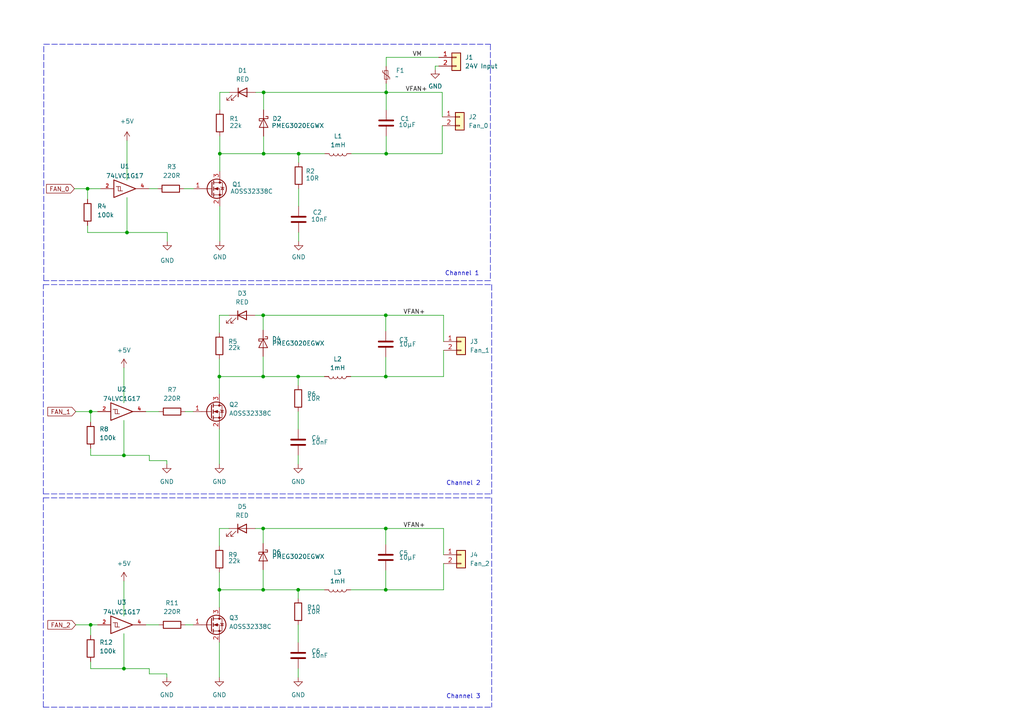
<source format=kicad_sch>
(kicad_sch (version 20211123) (generator eeschema)

  (uuid 85c1cdae-e2ae-4647-9d19-027911f09920)

  (paper "A4")

  (lib_symbols
    (symbol "74xGxx:74LVC1G17" (pin_names (offset 1.016)) (in_bom yes) (on_board yes)
      (property "Reference" "U" (id 0) (at -2.54 3.81 0)
        (effects (font (size 1.27 1.27)))
      )
      (property "Value" "74LVC1G17" (id 1) (at 0 -3.81 0)
        (effects (font (size 1.27 1.27)))
      )
      (property "Footprint" "" (id 2) (at 0 0 0)
        (effects (font (size 1.27 1.27)) hide)
      )
      (property "Datasheet" "http://www.ti.com/lit/sg/scyt129e/scyt129e.pdf" (id 3) (at 0 0 0)
        (effects (font (size 1.27 1.27)) hide)
      )
      (property "ki_keywords" "Single Gate Buff Schmitt LVC CMOS" (id 4) (at 0 0 0)
        (effects (font (size 1.27 1.27)) hide)
      )
      (property "ki_description" "Single Schmitt Buffer Gate, Low-Voltage CMOS" (id 5) (at 0 0 0)
        (effects (font (size 1.27 1.27)) hide)
      )
      (property "ki_fp_filters" "SOT* SG-*" (id 6) (at 0 0 0)
        (effects (font (size 1.27 1.27)) hide)
      )
      (symbol "74LVC1G17_0_1"
        (polyline
          (pts
            (xy -2.54 0.635)
            (xy -1.905 0.635)
            (xy -1.905 -0.635)
          )
          (stroke (width 0) (type default) (color 0 0 0 0))
          (fill (type none))
        )
        (polyline
          (pts
            (xy -3.81 2.54)
            (xy -3.81 -2.54)
            (xy 2.54 0)
            (xy -3.81 2.54)
          )
          (stroke (width 0.254) (type default) (color 0 0 0 0))
          (fill (type none))
        )
        (polyline
          (pts
            (xy -3.175 0.635)
            (xy -2.54 0.635)
            (xy -2.54 -0.635)
            (xy -1.27 -0.635)
          )
          (stroke (width 0) (type default) (color 0 0 0 0))
          (fill (type none))
        )
      )
      (symbol "74LVC1G17_1_1"
        (pin input line (at -7.62 0 0) (length 3.81)
          (name "~" (effects (font (size 1.016 1.016))))
          (number "2" (effects (font (size 1.016 1.016))))
        )
        (pin power_in line (at 0 -2.54 270) (length 0) hide
          (name "GND" (effects (font (size 1.016 1.016))))
          (number "3" (effects (font (size 1.016 1.016))))
        )
        (pin output line (at 6.35 0 180) (length 3.81)
          (name "~" (effects (font (size 1.016 1.016))))
          (number "4" (effects (font (size 1.016 1.016))))
        )
        (pin power_in line (at 0 2.54 90) (length 0) hide
          (name "VCC" (effects (font (size 1.016 1.016))))
          (number "5" (effects (font (size 1.016 1.016))))
        )
      )
    )
    (symbol "Connector_Generic:Conn_01x02" (pin_names (offset 1.016) hide) (in_bom yes) (on_board yes)
      (property "Reference" "J" (id 0) (at 0 2.54 0)
        (effects (font (size 1.27 1.27)))
      )
      (property "Value" "Conn_01x02" (id 1) (at 0 -5.08 0)
        (effects (font (size 1.27 1.27)))
      )
      (property "Footprint" "" (id 2) (at 0 0 0)
        (effects (font (size 1.27 1.27)) hide)
      )
      (property "Datasheet" "~" (id 3) (at 0 0 0)
        (effects (font (size 1.27 1.27)) hide)
      )
      (property "ki_keywords" "connector" (id 4) (at 0 0 0)
        (effects (font (size 1.27 1.27)) hide)
      )
      (property "ki_description" "Generic connector, single row, 01x02, script generated (kicad-library-utils/schlib/autogen/connector/)" (id 5) (at 0 0 0)
        (effects (font (size 1.27 1.27)) hide)
      )
      (property "ki_fp_filters" "Connector*:*_1x??_*" (id 6) (at 0 0 0)
        (effects (font (size 1.27 1.27)) hide)
      )
      (symbol "Conn_01x02_1_1"
        (rectangle (start -1.27 -2.413) (end 0 -2.667)
          (stroke (width 0.1524) (type default) (color 0 0 0 0))
          (fill (type none))
        )
        (rectangle (start -1.27 0.127) (end 0 -0.127)
          (stroke (width 0.1524) (type default) (color 0 0 0 0))
          (fill (type none))
        )
        (rectangle (start -1.27 1.27) (end 1.27 -3.81)
          (stroke (width 0.254) (type default) (color 0 0 0 0))
          (fill (type background))
        )
        (pin passive line (at -5.08 0 0) (length 3.81)
          (name "Pin_1" (effects (font (size 1.27 1.27))))
          (number "1" (effects (font (size 1.27 1.27))))
        )
        (pin passive line (at -5.08 -2.54 0) (length 3.81)
          (name "Pin_2" (effects (font (size 1.27 1.27))))
          (number "2" (effects (font (size 1.27 1.27))))
        )
      )
    )
    (symbol "Device:C" (pin_numbers hide) (pin_names (offset 0.254)) (in_bom yes) (on_board yes)
      (property "Reference" "C" (id 0) (at 0.635 2.54 0)
        (effects (font (size 1.27 1.27)) (justify left))
      )
      (property "Value" "C" (id 1) (at 0.635 -2.54 0)
        (effects (font (size 1.27 1.27)) (justify left))
      )
      (property "Footprint" "" (id 2) (at 0.9652 -3.81 0)
        (effects (font (size 1.27 1.27)) hide)
      )
      (property "Datasheet" "~" (id 3) (at 0 0 0)
        (effects (font (size 1.27 1.27)) hide)
      )
      (property "ki_keywords" "cap capacitor" (id 4) (at 0 0 0)
        (effects (font (size 1.27 1.27)) hide)
      )
      (property "ki_description" "Unpolarized capacitor" (id 5) (at 0 0 0)
        (effects (font (size 1.27 1.27)) hide)
      )
      (property "ki_fp_filters" "C_*" (id 6) (at 0 0 0)
        (effects (font (size 1.27 1.27)) hide)
      )
      (symbol "C_0_1"
        (polyline
          (pts
            (xy -2.032 -0.762)
            (xy 2.032 -0.762)
          )
          (stroke (width 0.508) (type default) (color 0 0 0 0))
          (fill (type none))
        )
        (polyline
          (pts
            (xy -2.032 0.762)
            (xy 2.032 0.762)
          )
          (stroke (width 0.508) (type default) (color 0 0 0 0))
          (fill (type none))
        )
      )
      (symbol "C_1_1"
        (pin passive line (at 0 3.81 270) (length 2.794)
          (name "~" (effects (font (size 1.27 1.27))))
          (number "1" (effects (font (size 1.27 1.27))))
        )
        (pin passive line (at 0 -3.81 90) (length 2.794)
          (name "~" (effects (font (size 1.27 1.27))))
          (number "2" (effects (font (size 1.27 1.27))))
        )
      )
    )
    (symbol "Device:L" (pin_numbers hide) (pin_names (offset 1.016) hide) (in_bom yes) (on_board yes)
      (property "Reference" "L" (id 0) (at -1.27 0 90)
        (effects (font (size 1.27 1.27)))
      )
      (property "Value" "L" (id 1) (at 1.905 0 90)
        (effects (font (size 1.27 1.27)))
      )
      (property "Footprint" "" (id 2) (at 0 0 0)
        (effects (font (size 1.27 1.27)) hide)
      )
      (property "Datasheet" "~" (id 3) (at 0 0 0)
        (effects (font (size 1.27 1.27)) hide)
      )
      (property "ki_keywords" "inductor choke coil reactor magnetic" (id 4) (at 0 0 0)
        (effects (font (size 1.27 1.27)) hide)
      )
      (property "ki_description" "Inductor" (id 5) (at 0 0 0)
        (effects (font (size 1.27 1.27)) hide)
      )
      (property "ki_fp_filters" "Choke_* *Coil* Inductor_* L_*" (id 6) (at 0 0 0)
        (effects (font (size 1.27 1.27)) hide)
      )
      (symbol "L_0_1"
        (arc (start 0 -2.54) (mid 0.635 -1.905) (end 0 -1.27)
          (stroke (width 0) (type default) (color 0 0 0 0))
          (fill (type none))
        )
        (arc (start 0 -1.27) (mid 0.635 -0.635) (end 0 0)
          (stroke (width 0) (type default) (color 0 0 0 0))
          (fill (type none))
        )
        (arc (start 0 0) (mid 0.635 0.635) (end 0 1.27)
          (stroke (width 0) (type default) (color 0 0 0 0))
          (fill (type none))
        )
        (arc (start 0 1.27) (mid 0.635 1.905) (end 0 2.54)
          (stroke (width 0) (type default) (color 0 0 0 0))
          (fill (type none))
        )
      )
      (symbol "L_1_1"
        (pin passive line (at 0 3.81 270) (length 1.27)
          (name "1" (effects (font (size 1.27 1.27))))
          (number "1" (effects (font (size 1.27 1.27))))
        )
        (pin passive line (at 0 -3.81 90) (length 1.27)
          (name "2" (effects (font (size 1.27 1.27))))
          (number "2" (effects (font (size 1.27 1.27))))
        )
      )
    )
    (symbol "Device:LED" (pin_numbers hide) (pin_names (offset 1.016) hide) (in_bom yes) (on_board yes)
      (property "Reference" "D" (id 0) (at 0 2.54 0)
        (effects (font (size 1.27 1.27)))
      )
      (property "Value" "LED" (id 1) (at 0 -2.54 0)
        (effects (font (size 1.27 1.27)))
      )
      (property "Footprint" "" (id 2) (at 0 0 0)
        (effects (font (size 1.27 1.27)) hide)
      )
      (property "Datasheet" "~" (id 3) (at 0 0 0)
        (effects (font (size 1.27 1.27)) hide)
      )
      (property "ki_keywords" "LED diode" (id 4) (at 0 0 0)
        (effects (font (size 1.27 1.27)) hide)
      )
      (property "ki_description" "Light emitting diode" (id 5) (at 0 0 0)
        (effects (font (size 1.27 1.27)) hide)
      )
      (property "ki_fp_filters" "LED* LED_SMD:* LED_THT:*" (id 6) (at 0 0 0)
        (effects (font (size 1.27 1.27)) hide)
      )
      (symbol "LED_0_1"
        (polyline
          (pts
            (xy -1.27 -1.27)
            (xy -1.27 1.27)
          )
          (stroke (width 0.254) (type default) (color 0 0 0 0))
          (fill (type none))
        )
        (polyline
          (pts
            (xy -1.27 0)
            (xy 1.27 0)
          )
          (stroke (width 0) (type default) (color 0 0 0 0))
          (fill (type none))
        )
        (polyline
          (pts
            (xy 1.27 -1.27)
            (xy 1.27 1.27)
            (xy -1.27 0)
            (xy 1.27 -1.27)
          )
          (stroke (width 0.254) (type default) (color 0 0 0 0))
          (fill (type none))
        )
        (polyline
          (pts
            (xy -3.048 -0.762)
            (xy -4.572 -2.286)
            (xy -3.81 -2.286)
            (xy -4.572 -2.286)
            (xy -4.572 -1.524)
          )
          (stroke (width 0) (type default) (color 0 0 0 0))
          (fill (type none))
        )
        (polyline
          (pts
            (xy -1.778 -0.762)
            (xy -3.302 -2.286)
            (xy -2.54 -2.286)
            (xy -3.302 -2.286)
            (xy -3.302 -1.524)
          )
          (stroke (width 0) (type default) (color 0 0 0 0))
          (fill (type none))
        )
      )
      (symbol "LED_1_1"
        (pin passive line (at -3.81 0 0) (length 2.54)
          (name "K" (effects (font (size 1.27 1.27))))
          (number "1" (effects (font (size 1.27 1.27))))
        )
        (pin passive line (at 3.81 0 180) (length 2.54)
          (name "A" (effects (font (size 1.27 1.27))))
          (number "2" (effects (font (size 1.27 1.27))))
        )
      )
    )
    (symbol "Device:Polyfuse_Small" (pin_numbers hide) (pin_names (offset 0)) (in_bom yes) (on_board yes)
      (property "Reference" "F" (id 0) (at -1.905 0 90)
        (effects (font (size 1.27 1.27)))
      )
      (property "Value" "Polyfuse_Small" (id 1) (at 1.905 0 90)
        (effects (font (size 1.27 1.27)))
      )
      (property "Footprint" "" (id 2) (at 1.27 -5.08 0)
        (effects (font (size 1.27 1.27)) (justify left) hide)
      )
      (property "Datasheet" "~" (id 3) (at 0 0 0)
        (effects (font (size 1.27 1.27)) hide)
      )
      (property "ki_keywords" "resettable fuse PTC PPTC polyfuse polyswitch" (id 4) (at 0 0 0)
        (effects (font (size 1.27 1.27)) hide)
      )
      (property "ki_description" "Resettable fuse, polymeric positive temperature coefficient, small symbol" (id 5) (at 0 0 0)
        (effects (font (size 1.27 1.27)) hide)
      )
      (property "ki_fp_filters" "*polyfuse* *PTC*" (id 6) (at 0 0 0)
        (effects (font (size 1.27 1.27)) hide)
      )
      (symbol "Polyfuse_Small_0_1"
        (rectangle (start -0.508 1.27) (end 0.508 -1.27)
          (stroke (width 0) (type default) (color 0 0 0 0))
          (fill (type none))
        )
        (polyline
          (pts
            (xy 0 2.54)
            (xy 0 -2.54)
          )
          (stroke (width 0) (type default) (color 0 0 0 0))
          (fill (type none))
        )
        (polyline
          (pts
            (xy -1.016 1.27)
            (xy -1.016 0.762)
            (xy 1.016 -0.762)
            (xy 1.016 -1.27)
          )
          (stroke (width 0) (type default) (color 0 0 0 0))
          (fill (type none))
        )
      )
      (symbol "Polyfuse_Small_1_1"
        (pin passive line (at 0 2.54 270) (length 0.635)
          (name "~" (effects (font (size 1.27 1.27))))
          (number "1" (effects (font (size 1.27 1.27))))
        )
        (pin passive line (at 0 -2.54 90) (length 0.635)
          (name "~" (effects (font (size 1.27 1.27))))
          (number "2" (effects (font (size 1.27 1.27))))
        )
      )
    )
    (symbol "Device:R" (pin_numbers hide) (pin_names (offset 0)) (in_bom yes) (on_board yes)
      (property "Reference" "R" (id 0) (at 2.032 0 90)
        (effects (font (size 1.27 1.27)))
      )
      (property "Value" "R" (id 1) (at 0 0 90)
        (effects (font (size 1.27 1.27)))
      )
      (property "Footprint" "" (id 2) (at -1.778 0 90)
        (effects (font (size 1.27 1.27)) hide)
      )
      (property "Datasheet" "~" (id 3) (at 0 0 0)
        (effects (font (size 1.27 1.27)) hide)
      )
      (property "ki_keywords" "R res resistor" (id 4) (at 0 0 0)
        (effects (font (size 1.27 1.27)) hide)
      )
      (property "ki_description" "Resistor" (id 5) (at 0 0 0)
        (effects (font (size 1.27 1.27)) hide)
      )
      (property "ki_fp_filters" "R_*" (id 6) (at 0 0 0)
        (effects (font (size 1.27 1.27)) hide)
      )
      (symbol "R_0_1"
        (rectangle (start -1.016 -2.54) (end 1.016 2.54)
          (stroke (width 0.254) (type default) (color 0 0 0 0))
          (fill (type none))
        )
      )
      (symbol "R_1_1"
        (pin passive line (at 0 3.81 270) (length 1.27)
          (name "~" (effects (font (size 1.27 1.27))))
          (number "1" (effects (font (size 1.27 1.27))))
        )
        (pin passive line (at 0 -3.81 90) (length 1.27)
          (name "~" (effects (font (size 1.27 1.27))))
          (number "2" (effects (font (size 1.27 1.27))))
        )
      )
    )
    (symbol "SilenFan-rescue:PMEG40T10ER-Diode" (pin_numbers hide) (pin_names hide) (in_bom yes) (on_board yes)
      (property "Reference" "D" (id 0) (at 0 2.54 0)
        (effects (font (size 1.27 1.27)))
      )
      (property "Value" "PMEG40T10ER-Diode" (id 1) (at 0 -2.54 0)
        (effects (font (size 1.27 1.27)))
      )
      (property "Footprint" "Diode_SMD:Nexperia_CFP3_SOD-123W" (id 2) (at 0 -4.445 0)
        (effects (font (size 1.27 1.27)) hide)
      )
      (property "Datasheet" "" (id 3) (at 0 0 0)
        (effects (font (size 1.27 1.27)) hide)
      )
      (property "ki_fp_filters" "Nexperia*CFP3*SOD?123W*" (id 4) (at 0 0 0)
        (effects (font (size 1.27 1.27)) hide)
      )
      (symbol "PMEG40T10ER-Diode_0_1"
        (polyline
          (pts
            (xy 1.27 0)
            (xy -1.27 0)
          )
          (stroke (width 0) (type default) (color 0 0 0 0))
          (fill (type none))
        )
        (polyline
          (pts
            (xy 1.27 1.27)
            (xy 1.27 -1.27)
            (xy -1.27 0)
            (xy 1.27 1.27)
          )
          (stroke (width 0.2032) (type default) (color 0 0 0 0))
          (fill (type none))
        )
        (polyline
          (pts
            (xy -1.905 0.635)
            (xy -1.905 1.27)
            (xy -1.27 1.27)
            (xy -1.27 -1.27)
            (xy -0.635 -1.27)
            (xy -0.635 -0.635)
          )
          (stroke (width 0.2032) (type default) (color 0 0 0 0))
          (fill (type none))
        )
      )
      (symbol "PMEG40T10ER-Diode_1_1"
        (pin passive line (at -3.81 0 0) (length 2.54)
          (name "K" (effects (font (size 1.27 1.27))))
          (number "1" (effects (font (size 1.27 1.27))))
        )
        (pin passive line (at 3.81 0 180) (length 2.54)
          (name "A" (effects (font (size 1.27 1.27))))
          (number "2" (effects (font (size 1.27 1.27))))
        )
      )
    )
    (symbol "Transistor_FET:BSS138" (pin_names hide) (in_bom yes) (on_board yes)
      (property "Reference" "Q" (id 0) (at 5.08 1.905 0)
        (effects (font (size 1.27 1.27)) (justify left))
      )
      (property "Value" "BSS138" (id 1) (at 5.08 0 0)
        (effects (font (size 1.27 1.27)) (justify left))
      )
      (property "Footprint" "Package_TO_SOT_SMD:SOT-23" (id 2) (at 5.08 -1.905 0)
        (effects (font (size 1.27 1.27) italic) (justify left) hide)
      )
      (property "Datasheet" "https://www.onsemi.com/pub/Collateral/BSS138-D.PDF" (id 3) (at 0 0 0)
        (effects (font (size 1.27 1.27)) (justify left) hide)
      )
      (property "ki_keywords" "N-Channel MOSFET" (id 4) (at 0 0 0)
        (effects (font (size 1.27 1.27)) hide)
      )
      (property "ki_description" "50V Vds, 0.22A Id, N-Channel MOSFET, SOT-23" (id 5) (at 0 0 0)
        (effects (font (size 1.27 1.27)) hide)
      )
      (property "ki_fp_filters" "SOT?23*" (id 6) (at 0 0 0)
        (effects (font (size 1.27 1.27)) hide)
      )
      (symbol "BSS138_0_1"
        (polyline
          (pts
            (xy 0.254 0)
            (xy -2.54 0)
          )
          (stroke (width 0) (type default) (color 0 0 0 0))
          (fill (type none))
        )
        (polyline
          (pts
            (xy 0.254 1.905)
            (xy 0.254 -1.905)
          )
          (stroke (width 0.254) (type default) (color 0 0 0 0))
          (fill (type none))
        )
        (polyline
          (pts
            (xy 0.762 -1.27)
            (xy 0.762 -2.286)
          )
          (stroke (width 0.254) (type default) (color 0 0 0 0))
          (fill (type none))
        )
        (polyline
          (pts
            (xy 0.762 0.508)
            (xy 0.762 -0.508)
          )
          (stroke (width 0.254) (type default) (color 0 0 0 0))
          (fill (type none))
        )
        (polyline
          (pts
            (xy 0.762 2.286)
            (xy 0.762 1.27)
          )
          (stroke (width 0.254) (type default) (color 0 0 0 0))
          (fill (type none))
        )
        (polyline
          (pts
            (xy 2.54 2.54)
            (xy 2.54 1.778)
          )
          (stroke (width 0) (type default) (color 0 0 0 0))
          (fill (type none))
        )
        (polyline
          (pts
            (xy 2.54 -2.54)
            (xy 2.54 0)
            (xy 0.762 0)
          )
          (stroke (width 0) (type default) (color 0 0 0 0))
          (fill (type none))
        )
        (polyline
          (pts
            (xy 0.762 -1.778)
            (xy 3.302 -1.778)
            (xy 3.302 1.778)
            (xy 0.762 1.778)
          )
          (stroke (width 0) (type default) (color 0 0 0 0))
          (fill (type none))
        )
        (polyline
          (pts
            (xy 1.016 0)
            (xy 2.032 0.381)
            (xy 2.032 -0.381)
            (xy 1.016 0)
          )
          (stroke (width 0) (type default) (color 0 0 0 0))
          (fill (type outline))
        )
        (polyline
          (pts
            (xy 2.794 0.508)
            (xy 2.921 0.381)
            (xy 3.683 0.381)
            (xy 3.81 0.254)
          )
          (stroke (width 0) (type default) (color 0 0 0 0))
          (fill (type none))
        )
        (polyline
          (pts
            (xy 3.302 0.381)
            (xy 2.921 -0.254)
            (xy 3.683 -0.254)
            (xy 3.302 0.381)
          )
          (stroke (width 0) (type default) (color 0 0 0 0))
          (fill (type none))
        )
        (circle (center 1.651 0) (radius 2.794)
          (stroke (width 0.254) (type default) (color 0 0 0 0))
          (fill (type none))
        )
        (circle (center 2.54 -1.778) (radius 0.254)
          (stroke (width 0) (type default) (color 0 0 0 0))
          (fill (type outline))
        )
        (circle (center 2.54 1.778) (radius 0.254)
          (stroke (width 0) (type default) (color 0 0 0 0))
          (fill (type outline))
        )
      )
      (symbol "BSS138_1_1"
        (pin input line (at -5.08 0 0) (length 2.54)
          (name "G" (effects (font (size 1.27 1.27))))
          (number "1" (effects (font (size 1.27 1.27))))
        )
        (pin passive line (at 2.54 -5.08 90) (length 2.54)
          (name "S" (effects (font (size 1.27 1.27))))
          (number "2" (effects (font (size 1.27 1.27))))
        )
        (pin passive line (at 2.54 5.08 270) (length 2.54)
          (name "D" (effects (font (size 1.27 1.27))))
          (number "3" (effects (font (size 1.27 1.27))))
        )
      )
    )
    (symbol "power:+5V" (power) (pin_names (offset 0)) (in_bom yes) (on_board yes)
      (property "Reference" "#PWR" (id 0) (at 0 -3.81 0)
        (effects (font (size 1.27 1.27)) hide)
      )
      (property "Value" "+5V" (id 1) (at 0 3.556 0)
        (effects (font (size 1.27 1.27)))
      )
      (property "Footprint" "" (id 2) (at 0 0 0)
        (effects (font (size 1.27 1.27)) hide)
      )
      (property "Datasheet" "" (id 3) (at 0 0 0)
        (effects (font (size 1.27 1.27)) hide)
      )
      (property "ki_keywords" "power-flag" (id 4) (at 0 0 0)
        (effects (font (size 1.27 1.27)) hide)
      )
      (property "ki_description" "Power symbol creates a global label with name \"+5V\"" (id 5) (at 0 0 0)
        (effects (font (size 1.27 1.27)) hide)
      )
      (symbol "+5V_0_1"
        (polyline
          (pts
            (xy -0.762 1.27)
            (xy 0 2.54)
          )
          (stroke (width 0) (type default) (color 0 0 0 0))
          (fill (type none))
        )
        (polyline
          (pts
            (xy 0 0)
            (xy 0 2.54)
          )
          (stroke (width 0) (type default) (color 0 0 0 0))
          (fill (type none))
        )
        (polyline
          (pts
            (xy 0 2.54)
            (xy 0.762 1.27)
          )
          (stroke (width 0) (type default) (color 0 0 0 0))
          (fill (type none))
        )
      )
      (symbol "+5V_1_1"
        (pin power_in line (at 0 0 90) (length 0) hide
          (name "+5V" (effects (font (size 1.27 1.27))))
          (number "1" (effects (font (size 1.27 1.27))))
        )
      )
    )
    (symbol "power:GND" (power) (pin_names (offset 0)) (in_bom yes) (on_board yes)
      (property "Reference" "#PWR" (id 0) (at 0 -6.35 0)
        (effects (font (size 1.27 1.27)) hide)
      )
      (property "Value" "GND" (id 1) (at 0 -3.81 0)
        (effects (font (size 1.27 1.27)))
      )
      (property "Footprint" "" (id 2) (at 0 0 0)
        (effects (font (size 1.27 1.27)) hide)
      )
      (property "Datasheet" "" (id 3) (at 0 0 0)
        (effects (font (size 1.27 1.27)) hide)
      )
      (property "ki_keywords" "power-flag" (id 4) (at 0 0 0)
        (effects (font (size 1.27 1.27)) hide)
      )
      (property "ki_description" "Power symbol creates a global label with name \"GND\" , ground" (id 5) (at 0 0 0)
        (effects (font (size 1.27 1.27)) hide)
      )
      (symbol "GND_0_1"
        (polyline
          (pts
            (xy 0 0)
            (xy 0 -1.27)
            (xy 1.27 -1.27)
            (xy 0 -2.54)
            (xy -1.27 -1.27)
            (xy 0 -1.27)
          )
          (stroke (width 0) (type default) (color 0 0 0 0))
          (fill (type none))
        )
      )
      (symbol "GND_1_1"
        (pin power_in line (at 0 0 270) (length 0) hide
          (name "GND" (effects (font (size 1.27 1.27))))
          (number "1" (effects (font (size 1.27 1.27))))
        )
      )
    )
  )

  (junction (at 112.014 44.577) (diameter 0) (color 0 0 0 0)
    (uuid 00f3ea8b-8a54-4e56-84ff-d98f6c00496c)
  )
  (junction (at 111.887 109.22) (diameter 0) (color 0 0 0 0)
    (uuid 19b0959e-a79b-43b2-a5ad-525ced7e9131)
  )
  (junction (at 112.014 26.797) (diameter 0) (color 0 0 0 0)
    (uuid 221bef83-3ea7-4d3f-adeb-53a8a07c6273)
  )
  (junction (at 76.327 91.44) (diameter 0) (color 0 0 0 0)
    (uuid 262f1ea9-0133-4b43-be36-456207ea857c)
  )
  (junction (at 25.4 54.737) (diameter 0) (color 0 0 0 0)
    (uuid 29bb7297-26fb-4776-9266-2355d022bab0)
  )
  (junction (at 111.887 91.44) (diameter 0) (color 0 0 0 0)
    (uuid 31540a7e-dc9e-4e4d-96b1-dab15efa5f4b)
  )
  (junction (at 63.754 44.577) (diameter 0) (color 0 0 0 0)
    (uuid 503dbd88-3e6b-48cc-a2ea-a6e28b52a1f7)
  )
  (junction (at 76.454 26.797) (diameter 0) (color 0 0 0 0)
    (uuid 5487601b-81d3-4c70-8f3d-cf9df9c63302)
  )
  (junction (at 76.327 171.069) (diameter 0) (color 0 0 0 0)
    (uuid 5d276922-a869-4f5d-88b0-61d986223d09)
  )
  (junction (at 63.627 171.069) (diameter 0) (color 0 0 0 0)
    (uuid 6a5078fd-b09f-4f9a-b2cb-c75109f8778d)
  )
  (junction (at 86.487 171.069) (diameter 0) (color 0 0 0 0)
    (uuid 6daebe83-aaa4-4961-a38a-cbd8d373aa18)
  )
  (junction (at 86.487 109.22) (diameter 0) (color 0 0 0 0)
    (uuid 88d2c4b8-79f2-4e8b-9f70-b7e0ed9c70f8)
  )
  (junction (at 63.627 109.22) (diameter 0) (color 0 0 0 0)
    (uuid 89e83c2e-e90a-4a50-b278-880bac0cfb49)
  )
  (junction (at 111.887 171.069) (diameter 0) (color 0 0 0 0)
    (uuid b85f4051-4924-4ef5-8f46-e5012b0a6e31)
  )
  (junction (at 26.289 181.229) (diameter 0) (color 0 0 0 0)
    (uuid c160a93a-9820-41f6-bec7-520aa36db6d3)
  )
  (junction (at 36.83 67.437) (diameter 0) (color 0 0 0 0)
    (uuid c4cab9c5-d6e5-4660-b910-603a51b56783)
  )
  (junction (at 76.327 109.22) (diameter 0) (color 0 0 0 0)
    (uuid d21cc5e4-177a-4e1d-a8d5-060ed33e5b8e)
  )
  (junction (at 111.887 153.289) (diameter 0) (color 0 0 0 0)
    (uuid d9a3c286-f26f-457f-a590-3b14be8b9b34)
  )
  (junction (at 35.941 132.08) (diameter 0) (color 0 0 0 0)
    (uuid e5217a0c-7f55-4c30-adda-7f8d95709d1b)
  )
  (junction (at 35.941 193.929) (diameter 0) (color 0 0 0 0)
    (uuid eb3ad1a3-1c41-42ae-9185-d2788631f4c4)
  )
  (junction (at 76.327 153.289) (diameter 0) (color 0 0 0 0)
    (uuid ed91d7d8-f779-4103-8a9a-87b263add478)
  )
  (junction (at 26.289 119.38) (diameter 0) (color 0 0 0 0)
    (uuid f64497d1-1d62-44a4-8e5e-6fba4ebc969a)
  )
  (junction (at 86.614 44.577) (diameter 0) (color 0 0 0 0)
    (uuid fa918b6d-f6cf-4471-be3b-4ff713f55a2e)
  )
  (junction (at 76.454 44.577) (diameter 0) (color 0 0 0 0)
    (uuid fea7c5d1-76d6-41a0-b5e3-29889dbb8ce0)
  )

  (wire (pts (xy 112.014 24.257) (xy 112.014 26.797))
    (stroke (width 0) (type default) (color 0 0 0 0))
    (uuid 009a4fb4-fcc0-4623-ae5d-c1bae3219583)
  )
  (wire (pts (xy 112.014 44.577) (xy 128.27 44.577))
    (stroke (width 0) (type default) (color 0 0 0 0))
    (uuid 009b5465-0a65-4237-93e7-eb65321eeb18)
  )
  (wire (pts (xy 63.627 171.069) (xy 76.327 171.069))
    (stroke (width 0) (type default) (color 0 0 0 0))
    (uuid 030e0175-d199-4dc2-b62d-35962dae27ba)
  )
  (wire (pts (xy 26.289 122.428) (xy 26.289 119.38))
    (stroke (width 0) (type default) (color 0 0 0 0))
    (uuid 03c7f780-fc1b-487a-b30d-567d6c09fdc8)
  )
  (wire (pts (xy 63.627 171.069) (xy 63.627 176.149))
    (stroke (width 0) (type default) (color 0 0 0 0))
    (uuid 0bfb1bb4-bacc-4488-b3a9-77e4a80e1b91)
  )
  (wire (pts (xy 26.289 184.277) (xy 26.289 181.229))
    (stroke (width 0) (type default) (color 0 0 0 0))
    (uuid 0f5ee21e-7d5f-4596-a9ad-d4af7b2dff9b)
  )
  (polyline (pts (xy 12.573 205.105) (xy 12.573 144.399))
    (stroke (width 0) (type default) (color 0 0 0 0))
    (uuid 0fe0cf31-f539-4826-8c16-31e5fe6c2c8c)
  )

  (wire (pts (xy 43.307 195.453) (xy 48.387 195.453))
    (stroke (width 0) (type default) (color 0 0 0 0))
    (uuid 108d71e5-233b-4029-a9bc-259c4124e3da)
  )
  (wire (pts (xy 111.887 109.22) (xy 128.651 109.22))
    (stroke (width 0) (type default) (color 0 0 0 0))
    (uuid 109caac1-5036-4f23-9a66-f569d871501b)
  )
  (wire (pts (xy 48.514 67.437) (xy 48.514 69.977))
    (stroke (width 0) (type default) (color 0 0 0 0))
    (uuid 1199146e-a60b-416a-b503-e77d6d2892f9)
  )
  (wire (pts (xy 63.754 44.577) (xy 63.754 49.657))
    (stroke (width 0) (type default) (color 0 0 0 0))
    (uuid 143ed874-a01f-4ced-ba4e-bbb66ddd1f70)
  )
  (wire (pts (xy 126.238 19.177) (xy 127.254 19.177))
    (stroke (width 0) (type default) (color 0 0 0 0))
    (uuid 14b01c80-fabc-43bb-8b6a-a3a3bec214ea)
  )
  (wire (pts (xy 86.614 44.577) (xy 94.234 44.577))
    (stroke (width 0) (type default) (color 0 0 0 0))
    (uuid 18c61c95-8af1-4986-b67e-c7af9c15ab6b)
  )
  (polyline (pts (xy 12.573 205.105) (xy 142.621 205.105))
    (stroke (width 0) (type default) (color 0 0 0 0))
    (uuid 19a92793-1768-4727-939d-f3672f21713f)
  )

  (wire (pts (xy 86.487 134.62) (xy 86.487 132.08))
    (stroke (width 0) (type default) (color 0 0 0 0))
    (uuid 1c68b844-c861-46b7-b734-0242168a4220)
  )
  (wire (pts (xy 128.651 163.449) (xy 128.651 171.069))
    (stroke (width 0) (type default) (color 0 0 0 0))
    (uuid 1db2d99a-24d1-44c6-b5a4-129b77e93baf)
  )
  (wire (pts (xy 76.327 157.607) (xy 76.327 153.289))
    (stroke (width 0) (type default) (color 0 0 0 0))
    (uuid 1f54f424-ccbb-4e5b-be8d-fbbec3bd28eb)
  )
  (wire (pts (xy 36.83 57.277) (xy 36.83 67.437))
    (stroke (width 0) (type default) (color 0 0 0 0))
    (uuid 1f9ae101-c652-4998-a503-17aedf3d5746)
  )
  (polyline (pts (xy 12.573 143.256) (xy 12.573 82.55))
    (stroke (width 0) (type default) (color 0 0 0 0))
    (uuid 20c315f4-1e4f-49aa-8d61-778a7389df7e)
  )

  (wire (pts (xy 66.548 26.797) (xy 63.754 26.797))
    (stroke (width 0) (type default) (color 0 0 0 0))
    (uuid 20cca02e-4c4d-4961-b6b4-b40a1731b220)
  )
  (wire (pts (xy 76.327 95.758) (xy 76.327 91.44))
    (stroke (width 0) (type default) (color 0 0 0 0))
    (uuid 224768bc-6009-43ba-aa4a-70cbaa15b5a3)
  )
  (wire (pts (xy 111.887 165.481) (xy 111.887 171.069))
    (stroke (width 0) (type default) (color 0 0 0 0))
    (uuid 23610b5b-a059-4edc-9bd8-16218f5bf787)
  )
  (wire (pts (xy 86.487 173.609) (xy 86.487 171.069))
    (stroke (width 0) (type default) (color 0 0 0 0))
    (uuid 2512bafa-aa17-47a2-87a4-f19ab6a2259c)
  )
  (wire (pts (xy 26.289 132.08) (xy 35.941 132.08))
    (stroke (width 0) (type default) (color 0 0 0 0))
    (uuid 2db910a0-b943-40b4-b81f-068ba5265f56)
  )
  (wire (pts (xy 46.101 181.229) (xy 42.291 181.229))
    (stroke (width 0) (type default) (color 0 0 0 0))
    (uuid 2ddf990a-0267-4c32-808a-7296878ad80a)
  )
  (wire (pts (xy 46.101 119.38) (xy 42.291 119.38))
    (stroke (width 0) (type default) (color 0 0 0 0))
    (uuid 30c33e3e-fb78-498d-bffe-76273d527004)
  )
  (wire (pts (xy 63.627 134.62) (xy 63.627 124.46))
    (stroke (width 0) (type default) (color 0 0 0 0))
    (uuid 34d03349-6d78-4165-a683-2d8b76f2bae8)
  )
  (wire (pts (xy 21.971 181.229) (xy 26.289 181.229))
    (stroke (width 0) (type default) (color 0 0 0 0))
    (uuid 34e30786-6250-45d7-9f15-8626ff1b12e6)
  )
  (wire (pts (xy 25.4 65.405) (xy 25.4 67.437))
    (stroke (width 0) (type default) (color 0 0 0 0))
    (uuid 36d783e7-096f-4c97-9672-7e08c083b87b)
  )
  (wire (pts (xy 35.941 193.929) (xy 43.307 193.929))
    (stroke (width 0) (type default) (color 0 0 0 0))
    (uuid 38696799-ee79-42a5-b275-ba3cdf12623d)
  )
  (wire (pts (xy 76.454 26.797) (xy 112.014 26.797))
    (stroke (width 0) (type default) (color 0 0 0 0))
    (uuid 3f43d730-2a73-49fe-9672-32428e7f5b49)
  )
  (wire (pts (xy 26.289 130.048) (xy 26.289 132.08))
    (stroke (width 0) (type default) (color 0 0 0 0))
    (uuid 3f8a5430-68a9-4732-9b89-4e00dd8ae219)
  )
  (wire (pts (xy 21.971 119.38) (xy 26.289 119.38))
    (stroke (width 0) (type default) (color 0 0 0 0))
    (uuid 42ff012d-5eb7-42b9-bb45-415cf26799c6)
  )
  (wire (pts (xy 74.041 153.289) (xy 76.327 153.289))
    (stroke (width 0) (type default) (color 0 0 0 0))
    (uuid 46d4b228-5466-474b-af31-68eb4c50216d)
  )
  (wire (pts (xy 86.487 119.38) (xy 86.487 124.46))
    (stroke (width 0) (type default) (color 0 0 0 0))
    (uuid 4b03e854-02fe-44cc-bece-f8268b7cae54)
  )
  (wire (pts (xy 26.289 191.897) (xy 26.289 193.929))
    (stroke (width 0) (type default) (color 0 0 0 0))
    (uuid 4d1df7f3-83b3-40fb-a2d9-64dae7a747b9)
  )
  (wire (pts (xy 63.754 44.577) (xy 76.454 44.577))
    (stroke (width 0) (type default) (color 0 0 0 0))
    (uuid 4db55cb8-197b-4402-871f-ce582b65664b)
  )
  (wire (pts (xy 111.887 171.069) (xy 128.651 171.069))
    (stroke (width 0) (type default) (color 0 0 0 0))
    (uuid 508716f3-efe8-412d-abb7-93291cf04de9)
  )
  (wire (pts (xy 63.754 39.497) (xy 63.754 44.577))
    (stroke (width 0) (type default) (color 0 0 0 0))
    (uuid 592f25e6-a01b-47fd-8172-3da01117d00a)
  )
  (wire (pts (xy 111.887 171.069) (xy 101.727 171.069))
    (stroke (width 0) (type default) (color 0 0 0 0))
    (uuid 5a311f34-07ad-4d02-935b-dbfd8f6f522c)
  )
  (wire (pts (xy 63.627 153.289) (xy 63.627 158.369))
    (stroke (width 0) (type default) (color 0 0 0 0))
    (uuid 5ab77b13-9a4c-47c4-83bf-5cc41b9231e3)
  )
  (wire (pts (xy 35.941 132.08) (xy 43.307 132.08))
    (stroke (width 0) (type default) (color 0 0 0 0))
    (uuid 5b0a5a46-7b51-4262-a80e-d33dd1806615)
  )
  (wire (pts (xy 36.83 40.767) (xy 36.83 52.197))
    (stroke (width 0) (type default) (color 0 0 0 0))
    (uuid 5c30b9b4-3014-4f50-9329-27a539b67e01)
  )
  (wire (pts (xy 128.651 101.6) (xy 128.651 109.22))
    (stroke (width 0) (type default) (color 0 0 0 0))
    (uuid 5e80ebcb-000b-46b3-9bfc-f98f7930d1c2)
  )
  (wire (pts (xy 66.421 91.44) (xy 63.627 91.44))
    (stroke (width 0) (type default) (color 0 0 0 0))
    (uuid 5edcefbe-9766-42c8-9529-28d0ec865573)
  )
  (wire (pts (xy 128.27 33.909) (xy 128.27 26.797))
    (stroke (width 0) (type default) (color 0 0 0 0))
    (uuid 633bb94e-a671-4a7a-813f-7654a30a046e)
  )
  (wire (pts (xy 128.651 160.909) (xy 128.651 153.289))
    (stroke (width 0) (type default) (color 0 0 0 0))
    (uuid 6cda3392-f05b-4513-81e4-1c8708c78bee)
  )
  (wire (pts (xy 43.18 54.737) (xy 45.72 54.737))
    (stroke (width 0) (type default) (color 0 0 0 0))
    (uuid 6ffdf05e-e119-49f9-85e9-13e4901df42a)
  )
  (wire (pts (xy 128.651 99.06) (xy 128.651 91.44))
    (stroke (width 0) (type default) (color 0 0 0 0))
    (uuid 708a2cd3-19d9-4b36-986c-17ebb2bb06b2)
  )
  (wire (pts (xy 63.627 91.44) (xy 63.627 96.52))
    (stroke (width 0) (type default) (color 0 0 0 0))
    (uuid 721d1be9-236e-470b-ba69-f1cc6c43faf9)
  )
  (wire (pts (xy 111.887 153.289) (xy 111.887 157.861))
    (stroke (width 0) (type default) (color 0 0 0 0))
    (uuid 74123d4d-6fed-4532-84e0-0ae12d34045d)
  )
  (wire (pts (xy 111.887 91.44) (xy 111.887 96.012))
    (stroke (width 0) (type default) (color 0 0 0 0))
    (uuid 752417ee-7d0b-4ac8-a22c-26669881a2ab)
  )
  (wire (pts (xy 127.254 16.637) (xy 112.014 16.637))
    (stroke (width 0) (type default) (color 0 0 0 0))
    (uuid 795e68e2-c9ba-45cf-9bff-89b8fae05b5a)
  )
  (polyline (pts (xy 12.573 82.55) (xy 142.621 82.55))
    (stroke (width 0) (type default) (color 0 0 0 0))
    (uuid 7a4ce4b3-518a-4819-b8b2-5127b3347c64)
  )

  (wire (pts (xy 28.321 181.229) (xy 26.289 181.229))
    (stroke (width 0) (type default) (color 0 0 0 0))
    (uuid 7a6586ab-c7e7-43e6-8a84-d5a9f248cbc3)
  )
  (polyline (pts (xy 12.573 144.399) (xy 142.621 144.399))
    (stroke (width 0) (type default) (color 0 0 0 0))
    (uuid 8258bef6-e857-48f6-9a98-53becce4ca3a)
  )
  (polyline (pts (xy 142.24 12.827) (xy 142.24 81.407))
    (stroke (width 0) (type default) (color 0 0 0 0))
    (uuid 82be7aae-5d06-4178-8c3e-98760c41b054)
  )

  (wire (pts (xy 86.487 196.469) (xy 86.487 193.929))
    (stroke (width 0) (type default) (color 0 0 0 0))
    (uuid 881427d7-7886-4b13-9674-64e2f63dd59b)
  )
  (wire (pts (xy 35.941 121.92) (xy 35.941 132.08))
    (stroke (width 0) (type default) (color 0 0 0 0))
    (uuid 88cb65f4-7e9e-44eb-8692-3b6e2e788a94)
  )
  (wire (pts (xy 76.327 103.378) (xy 76.327 109.22))
    (stroke (width 0) (type default) (color 0 0 0 0))
    (uuid 89c0bc4d-eee5-4a77-ac35-d30b35db5cbe)
  )
  (wire (pts (xy 111.887 91.44) (xy 128.651 91.44))
    (stroke (width 0) (type default) (color 0 0 0 0))
    (uuid 8c1605f9-6c91-4701-96bf-e753661d5e23)
  )
  (wire (pts (xy 76.454 39.497) (xy 76.454 44.577))
    (stroke (width 0) (type default) (color 0 0 0 0))
    (uuid 9031bb33-c6aa-4758-bf5c-3274ed3ebab7)
  )
  (wire (pts (xy 76.454 31.877) (xy 76.454 26.797))
    (stroke (width 0) (type default) (color 0 0 0 0))
    (uuid 9186dae5-6dc3-4744-9f90-e697559c6ac8)
  )
  (wire (pts (xy 26.289 193.929) (xy 35.941 193.929))
    (stroke (width 0) (type default) (color 0 0 0 0))
    (uuid 93f780d5-67f7-4459-9d0a-e9109b44eadf)
  )
  (wire (pts (xy 112.014 39.497) (xy 112.014 44.577))
    (stroke (width 0) (type default) (color 0 0 0 0))
    (uuid 98b00c9d-9188-4bce-aa70-92d12dd9cf82)
  )
  (wire (pts (xy 25.4 57.785) (xy 25.4 54.737))
    (stroke (width 0) (type default) (color 0 0 0 0))
    (uuid 997c2f12-73ba-4c01-9ee0-42e37cbab790)
  )
  (wire (pts (xy 53.34 54.737) (xy 56.134 54.737))
    (stroke (width 0) (type default) (color 0 0 0 0))
    (uuid 9a2d648d-863a-4b7b-80f9-d537185c212b)
  )
  (wire (pts (xy 86.614 47.117) (xy 86.614 44.577))
    (stroke (width 0) (type default) (color 0 0 0 0))
    (uuid 9aedbb9e-8340-4899-b813-05b23382a36b)
  )
  (wire (pts (xy 76.327 91.44) (xy 111.887 91.44))
    (stroke (width 0) (type default) (color 0 0 0 0))
    (uuid 9f80220c-1612-4589-b9ca-a5579617bdb8)
  )
  (wire (pts (xy 76.327 171.069) (xy 86.487 171.069))
    (stroke (width 0) (type default) (color 0 0 0 0))
    (uuid a113204b-e92c-44fe-9671-71b4e18760c8)
  )
  (wire (pts (xy 112.014 26.797) (xy 112.014 31.877))
    (stroke (width 0) (type default) (color 0 0 0 0))
    (uuid a24ce0e2-fdd3-4e6a-b754-5dee9713dd27)
  )
  (polyline (pts (xy 142.621 144.399) (xy 142.621 205.105))
    (stroke (width 0) (type default) (color 0 0 0 0))
    (uuid a2511ceb-bde9-40ac-bc6e-93db892f00a4)
  )

  (wire (pts (xy 74.168 26.797) (xy 76.454 26.797))
    (stroke (width 0) (type default) (color 0 0 0 0))
    (uuid a29f8df0-3fae-4edf-8d9c-bd5a875b13e3)
  )
  (wire (pts (xy 101.854 44.577) (xy 112.014 44.577))
    (stroke (width 0) (type default) (color 0 0 0 0))
    (uuid a5be2cb8-c68d-4180-8412-69a6b4c5b1d4)
  )
  (wire (pts (xy 63.627 104.14) (xy 63.627 109.22))
    (stroke (width 0) (type default) (color 0 0 0 0))
    (uuid a5e521b9-814e-4853-a5ac-f158785c6269)
  )
  (polyline (pts (xy 12.573 143.256) (xy 142.621 143.256))
    (stroke (width 0) (type default) (color 0 0 0 0))
    (uuid a6b7df29-bcf8-46a9-b623-7eaac47f5110)
  )

  (wire (pts (xy 86.487 111.76) (xy 86.487 109.22))
    (stroke (width 0) (type default) (color 0 0 0 0))
    (uuid a7531a95-7ca1-4f34-955e-18120cec99e6)
  )
  (wire (pts (xy 63.627 165.989) (xy 63.627 171.069))
    (stroke (width 0) (type default) (color 0 0 0 0))
    (uuid a97b24b3-1cac-4230-9ec0-46dc6bf49a76)
  )
  (polyline (pts (xy 142.621 82.55) (xy 142.621 143.256))
    (stroke (width 0) (type default) (color 0 0 0 0))
    (uuid a9b3f6e4-7a6d-4ae8-ad28-3d8458e0ca1a)
  )

  (wire (pts (xy 111.887 153.289) (xy 128.651 153.289))
    (stroke (width 0) (type default) (color 0 0 0 0))
    (uuid ad48a899-70fa-4414-b3b5-69628c78883c)
  )
  (wire (pts (xy 86.614 69.977) (xy 86.614 67.437))
    (stroke (width 0) (type default) (color 0 0 0 0))
    (uuid afd38b10-2eca-4abe-aed1-a96fb07ffdbe)
  )
  (wire (pts (xy 128.27 36.449) (xy 128.27 44.577))
    (stroke (width 0) (type default) (color 0 0 0 0))
    (uuid b2ad882b-f2af-4f20-a9cc-17e8d840f99e)
  )
  (wire (pts (xy 76.327 153.289) (xy 111.887 153.289))
    (stroke (width 0) (type default) (color 0 0 0 0))
    (uuid b38b7288-5a9b-4a92-84bd-59929d96b2ce)
  )
  (wire (pts (xy 35.941 183.769) (xy 35.941 193.929))
    (stroke (width 0) (type default) (color 0 0 0 0))
    (uuid b4bae447-aa9f-47f4-aaf1-aa5d385eeb04)
  )
  (wire (pts (xy 111.887 109.22) (xy 101.727 109.22))
    (stroke (width 0) (type default) (color 0 0 0 0))
    (uuid b5071759-a4d7-4769-be02-251f23cd4454)
  )
  (wire (pts (xy 112.014 26.797) (xy 128.27 26.797))
    (stroke (width 0) (type default) (color 0 0 0 0))
    (uuid b52d6ff3-fef1-496e-8dd5-ebb89b6bce6a)
  )
  (wire (pts (xy 76.327 165.227) (xy 76.327 171.069))
    (stroke (width 0) (type default) (color 0 0 0 0))
    (uuid b6fbd8ac-1e2f-408f-b214-13e2961880de)
  )
  (wire (pts (xy 43.307 132.08) (xy 43.307 133.604))
    (stroke (width 0) (type default) (color 0 0 0 0))
    (uuid b873bc5d-a9af-4bd9-afcb-87ce4d417120)
  )
  (wire (pts (xy 66.421 153.289) (xy 63.627 153.289))
    (stroke (width 0) (type default) (color 0 0 0 0))
    (uuid ba1780a4-4688-4823-b5bf-b568eeccba87)
  )
  (wire (pts (xy 53.721 119.38) (xy 56.007 119.38))
    (stroke (width 0) (type default) (color 0 0 0 0))
    (uuid bdf40d30-88ff-4479-bad1-69529464b61b)
  )
  (wire (pts (xy 43.307 193.929) (xy 43.307 195.453))
    (stroke (width 0) (type default) (color 0 0 0 0))
    (uuid bfe2a81e-5b71-41f9-b16d-5e5da8ef4fa7)
  )
  (wire (pts (xy 63.627 196.469) (xy 63.627 186.309))
    (stroke (width 0) (type default) (color 0 0 0 0))
    (uuid c179ccde-2182-4f60-b03c-94290c9d0fc2)
  )
  (wire (pts (xy 74.041 91.44) (xy 76.327 91.44))
    (stroke (width 0) (type default) (color 0 0 0 0))
    (uuid c1c799a0-3c93-493a-9ad7-8a0561bc69ee)
  )
  (wire (pts (xy 28.321 119.38) (xy 26.289 119.38))
    (stroke (width 0) (type default) (color 0 0 0 0))
    (uuid c3b3d7f4-943f-4cff-b180-87ef3e1bcbff)
  )
  (wire (pts (xy 86.487 181.229) (xy 86.487 186.309))
    (stroke (width 0) (type default) (color 0 0 0 0))
    (uuid c3e56827-ca76-4a38-8bec-3ce38b72e3a1)
  )
  (wire (pts (xy 48.387 133.604) (xy 48.387 134.62))
    (stroke (width 0) (type default) (color 0 0 0 0))
    (uuid c76d4423-ef1b-4a6f-8176-33d65f2877bb)
  )
  (wire (pts (xy 86.614 54.737) (xy 86.614 59.817))
    (stroke (width 0) (type default) (color 0 0 0 0))
    (uuid c8fd9dd3-06ad-4146-9239-0065013959ef)
  )
  (wire (pts (xy 25.4 67.437) (xy 36.83 67.437))
    (stroke (width 0) (type default) (color 0 0 0 0))
    (uuid c9b9e62d-dede-4d1a-9a05-275614f8bdb2)
  )
  (wire (pts (xy 111.887 103.632) (xy 111.887 109.22))
    (stroke (width 0) (type default) (color 0 0 0 0))
    (uuid cada57e2-1fa7-4b9d-a2a0-2218773d5c50)
  )
  (wire (pts (xy 25.4 54.737) (xy 29.21 54.737))
    (stroke (width 0) (type default) (color 0 0 0 0))
    (uuid cb6062da-8dcd-4826-92fd-4071e9e97213)
  )
  (wire (pts (xy 63.754 26.797) (xy 63.754 31.877))
    (stroke (width 0) (type default) (color 0 0 0 0))
    (uuid cb614b23-9af3-4aec-bed8-c1374e001510)
  )
  (wire (pts (xy 48.387 195.453) (xy 48.387 196.469))
    (stroke (width 0) (type default) (color 0 0 0 0))
    (uuid cd650091-ffd7-42e6-9ce4-862b97bc0138)
  )
  (wire (pts (xy 112.014 19.177) (xy 112.014 16.637))
    (stroke (width 0) (type default) (color 0 0 0 0))
    (uuid cf386a39-fc62-49dd-8ec5-e044f6bd67ce)
  )
  (wire (pts (xy 53.721 181.229) (xy 56.007 181.229))
    (stroke (width 0) (type default) (color 0 0 0 0))
    (uuid d1323ee2-fa53-4dcf-baef-99653d3d6657)
  )
  (polyline (pts (xy 12.7 81.407) (xy 12.7 12.827))
    (stroke (width 0) (type default) (color 0 0 0 0))
    (uuid d9c6d5d2-0b49-49ba-a970-cd2c32f74c54)
  )

  (wire (pts (xy 35.941 168.529) (xy 35.941 178.689))
    (stroke (width 0) (type default) (color 0 0 0 0))
    (uuid deab7428-99bd-42d9-aec3-2d9d7bffc10e)
  )
  (polyline (pts (xy 12.7 12.827) (xy 142.24 12.827))
    (stroke (width 0) (type default) (color 0 0 0 0))
    (uuid e1535036-5d36-405f-bb86-3819621c4f23)
  )

  (wire (pts (xy 86.487 109.22) (xy 94.107 109.22))
    (stroke (width 0) (type default) (color 0 0 0 0))
    (uuid e1c30a32-820e-4b17-aec9-5cb8b76f0ccc)
  )
  (wire (pts (xy 86.487 171.069) (xy 94.107 171.069))
    (stroke (width 0) (type default) (color 0 0 0 0))
    (uuid e4863576-089a-4931-9e71-3a3cfd4bc095)
  )
  (wire (pts (xy 35.941 106.68) (xy 35.941 116.84))
    (stroke (width 0) (type default) (color 0 0 0 0))
    (uuid e5b328f6-dc69-4905-ae98-2dc3200a51d6)
  )
  (polyline (pts (xy 142.24 81.407) (xy 12.7 81.407))
    (stroke (width 0) (type default) (color 0 0 0 0))
    (uuid e65b62be-e01b-4688-a999-1d1be370c4ae)
  )

  (wire (pts (xy 63.627 109.22) (xy 63.627 114.3))
    (stroke (width 0) (type default) (color 0 0 0 0))
    (uuid e67b9f8c-019b-4145-98a4-96545f6bb128)
  )
  (wire (pts (xy 63.754 69.977) (xy 63.754 59.817))
    (stroke (width 0) (type default) (color 0 0 0 0))
    (uuid e97b5984-9f0f-43a4-9b8a-838eef4cceb2)
  )
  (wire (pts (xy 36.83 67.437) (xy 48.514 67.437))
    (stroke (width 0) (type default) (color 0 0 0 0))
    (uuid eb8d02e9-145c-465d-b6a8-bae84d47a94b)
  )
  (wire (pts (xy 76.454 44.577) (xy 86.614 44.577))
    (stroke (width 0) (type default) (color 0 0 0 0))
    (uuid f1a9fb80-4cc4-410f-9616-e19c969dcab5)
  )
  (wire (pts (xy 43.307 133.604) (xy 48.387 133.604))
    (stroke (width 0) (type default) (color 0 0 0 0))
    (uuid f7667b23-296e-4362-a7e3-949632c8954b)
  )
  (wire (pts (xy 63.627 109.22) (xy 76.327 109.22))
    (stroke (width 0) (type default) (color 0 0 0 0))
    (uuid f8fc38ec-0b98-40bc-ae2f-e5cc29973bca)
  )
  (wire (pts (xy 126.238 20.193) (xy 126.238 19.177))
    (stroke (width 0) (type default) (color 0 0 0 0))
    (uuid fb6f17d0-9402-4100-813d-68bc0dcedd15)
  )
  (wire (pts (xy 21.59 54.737) (xy 25.4 54.737))
    (stroke (width 0) (type default) (color 0 0 0 0))
    (uuid fe42732d-92d0-4744-8706-0a30c6dddc6b)
  )
  (wire (pts (xy 76.327 109.22) (xy 86.487 109.22))
    (stroke (width 0) (type default) (color 0 0 0 0))
    (uuid fef37e8b-0ff0-4da2-8a57-acaf19551d1a)
  )

  (text "Channel 2" (at 129.413 140.97 0)
    (effects (font (size 1.27 1.27)) (justify left bottom))
    (uuid 15fe8f3d-6077-4e0e-81d0-8ec3f4538981)
  )
  (text "Channel 1" (at 129.032 80.137 0)
    (effects (font (size 1.27 1.27)) (justify left bottom))
    (uuid 814763c2-92e5-4a2c-941c-9bbd073f6e87)
  )
  (text "Channel 3" (at 129.413 202.819 0)
    (effects (font (size 1.27 1.27)) (justify left bottom))
    (uuid feb8e048-65b2-4256-b65d-133f326d7d46)
  )

  (label "VFAN+" (at 116.967 153.289 0)
    (effects (font (size 1.27 1.27)) (justify left bottom))
    (uuid 1546cb26-98ca-46d4-bc4a-01a1bafece90)
  )
  (label "VM" (at 119.634 16.637 0)
    (effects (font (size 1.27 1.27)) (justify left bottom))
    (uuid 7c04618d-9115-4179-b234-a8faf854ea92)
  )
  (label "VFAN+" (at 117.602 26.797 0)
    (effects (font (size 1.27 1.27)) (justify left bottom))
    (uuid 7e0a03ae-d054-4f76-a131-5c09b8dc1636)
  )
  (label "VFAN+" (at 116.967 91.44 0)
    (effects (font (size 1.27 1.27)) (justify left bottom))
    (uuid e502d1d5-04b0-4d4b-b5c3-8c52d09668e7)
  )

  (global_label "FAN_2" (shape input) (at 21.971 181.229 180) (fields_autoplaced)
    (effects (font (size 1.27 1.27)) (justify right))
    (uuid 55cbdeb9-23d8-44fe-8acd-1dab8e0a8490)
    (property "Intersheet References" "${INTERSHEET_REFS}" (id 0) (at 13.6826 181.1496 0)
      (effects (font (size 1.27 1.27)) (justify right) hide)
    )
  )
  (global_label "FAN_1" (shape input) (at 21.971 119.38 180) (fields_autoplaced)
    (effects (font (size 1.27 1.27)) (justify right))
    (uuid 6be4222b-639e-4a49-944f-018446ef598f)
    (property "Intersheet References" "${INTERSHEET_REFS}" (id 0) (at 13.6826 119.3006 0)
      (effects (font (size 1.27 1.27)) (justify right) hide)
    )
  )
  (global_label "FAN_0" (shape input) (at 21.59 54.737 180) (fields_autoplaced)
    (effects (font (size 1.27 1.27)) (justify right))
    (uuid b5c37567-3300-47fd-b18f-244f23783d3c)
    (property "Intersheet References" "${INTERSHEET_REFS}" (id 0) (at 13.3016 54.6576 0)
      (effects (font (size 1.27 1.27)) (justify right) hide)
    )
  )

  (symbol (lib_id "SilenFan-rescue:PMEG40T10ER-Diode") (at 76.454 35.687 270) (unit 1)
    (in_bom yes) (on_board yes)
    (uuid 00000000-0000-0000-0000-000061732421)
    (property "Reference" "D2" (id 0) (at 78.994 34.417 90)
      (effects (font (size 1.27 1.27)) (justify left))
    )
    (property "Value" "PMEG3020EGWX" (id 1) (at 78.74 36.449 90)
      (effects (font (size 1.27 1.27)) (justify left))
    )
    (property "Footprint" "Diode_SMD:D_SOD-123" (id 2) (at 72.009 35.687 0)
      (effects (font (size 1.27 1.27)) hide)
    )
    (property "Datasheet" "https://www.tme.eu/ro/details/pmeg3020egwx/diode-schottky-smd/nexperia/" (id 3) (at 76.454 35.687 0)
      (effects (font (size 1.27 1.27)) hide)
    )
    (pin "1" (uuid 3675f25e-5ff8-42b4-acc3-650a7bd6ab8f))
    (pin "2" (uuid 4b84423a-f194-4309-bd46-ce8ee97fdcc5))
  )

  (symbol (lib_id "Device:L") (at 98.044 44.577 270) (unit 1)
    (in_bom yes) (on_board yes)
    (uuid 00000000-0000-0000-0000-000061737bef)
    (property "Reference" "L1" (id 0) (at 98.044 39.497 90))
    (property "Value" "1mH" (id 1) (at 98.044 42.037 90))
    (property "Footprint" "Inductor_SMD:L_10.4x10.4_H4.8" (id 2) (at 98.044 44.577 0)
      (effects (font (size 1.27 1.27)) hide)
    )
    (property "Datasheet" "https://www.tme.eu/ro/details/pcs74mt102/inductoare-de-putere-smd/viking/" (id 3) (at 98.044 44.577 0)
      (effects (font (size 1.27 1.27)) hide)
    )
    (pin "1" (uuid 059a453d-7c47-42b3-b4a7-f299d3a41c48))
    (pin "2" (uuid 2380f0ea-c541-4606-be9d-2786c6ace66e))
  )

  (symbol (lib_id "Device:C") (at 112.014 35.687 0) (unit 1)
    (in_bom yes) (on_board yes)
    (uuid 00000000-0000-0000-0000-00006173946c)
    (property "Reference" "C1" (id 0) (at 116.078 34.417 0)
      (effects (font (size 1.27 1.27)) (justify left))
    )
    (property "Value" "10µF" (id 1) (at 115.57 36.195 0)
      (effects (font (size 1.27 1.27)) (justify left))
    )
    (property "Footprint" "Capacitor_SMD:C_1210_3225Metric" (id 2) (at 112.9792 39.497 0)
      (effects (font (size 1.27 1.27)) hide)
    )
    (property "Datasheet" "https://www.tme.eu/ro/details/c1210x106k3rac/condensatoare-mlcc-smd-1210/kemet/c1210x106k3ractu/" (id 3) (at 112.014 35.687 0)
      (effects (font (size 1.27 1.27)) hide)
    )
    (pin "1" (uuid 7acc217f-4638-42b0-9d55-e5981e76c45e))
    (pin "2" (uuid a922357b-c635-425c-83b6-ff0a5ae36fb8))
  )

  (symbol (lib_id "Device:R") (at 86.614 50.927 0) (unit 1)
    (in_bom yes) (on_board yes)
    (uuid 00000000-0000-0000-0000-00006173a72f)
    (property "Reference" "R2" (id 0) (at 88.646 49.657 0)
      (effects (font (size 1.27 1.27)) (justify left))
    )
    (property "Value" "10R" (id 1) (at 88.646 51.689 0)
      (effects (font (size 1.27 1.27)) (justify left))
    )
    (property "Footprint" "Resistor_SMD:R_0603_1608Metric" (id 2) (at 84.836 50.927 90)
      (effects (font (size 1.27 1.27)) hide)
    )
    (property "Datasheet" "~" (id 3) (at 86.614 50.927 0)
      (effects (font (size 1.27 1.27)) hide)
    )
    (pin "1" (uuid 5e72a3e7-490a-43c3-a227-73e139161515))
    (pin "2" (uuid 1c2b0fb8-9679-4148-81f5-d0736d96945b))
  )

  (symbol (lib_id "Device:C") (at 86.614 63.627 0) (unit 1)
    (in_bom yes) (on_board yes)
    (uuid 00000000-0000-0000-0000-00006173cddd)
    (property "Reference" "C2" (id 0) (at 90.678 61.595 0)
      (effects (font (size 1.27 1.27)) (justify left))
    )
    (property "Value" "10nF" (id 1) (at 90.17 63.627 0)
      (effects (font (size 1.27 1.27)) (justify left))
    )
    (property "Footprint" "Capacitor_SMD:C_0603_1608Metric" (id 2) (at 87.5792 67.437 0)
      (effects (font (size 1.27 1.27)) hide)
    )
    (property "Datasheet" "~" (id 3) (at 86.614 63.627 0)
      (effects (font (size 1.27 1.27)) hide)
    )
    (pin "1" (uuid 065aad83-c790-4a2d-b9ad-1a3c7c55741f))
    (pin "2" (uuid 278c3bc5-9b5a-4ceb-9ca4-7526c588549f))
  )

  (symbol (lib_id "Device:R") (at 25.4 61.595 0) (unit 1)
    (in_bom yes) (on_board yes)
    (uuid 00000000-0000-0000-0000-00006173fa55)
    (property "Reference" "R4" (id 0) (at 28.194 59.817 0)
      (effects (font (size 1.27 1.27)) (justify left))
    )
    (property "Value" "100k" (id 1) (at 28.194 62.357 0)
      (effects (font (size 1.27 1.27)) (justify left))
    )
    (property "Footprint" "Resistor_SMD:R_0603_1608Metric" (id 2) (at 23.622 61.595 90)
      (effects (font (size 1.27 1.27)) hide)
    )
    (property "Datasheet" "~" (id 3) (at 25.4 61.595 0)
      (effects (font (size 1.27 1.27)) hide)
    )
    (pin "1" (uuid 4168e5cc-e1cd-48db-a8c0-0f082fcd3be5))
    (pin "2" (uuid 5a2b9db2-a98d-4fef-935c-07884fe935cb))
  )

  (symbol (lib_id "SilenFan-rescue:PMEG40T10ER-Diode") (at 76.327 99.568 270) (unit 1)
    (in_bom yes) (on_board yes)
    (uuid 00000000-0000-0000-0000-00006175e73d)
    (property "Reference" "D4" (id 0) (at 78.867 98.298 90)
      (effects (font (size 1.27 1.27)) (justify left))
    )
    (property "Value" "PMEG3020EGWX" (id 1) (at 78.867 99.568 90)
      (effects (font (size 1.27 1.27)) (justify left))
    )
    (property "Footprint" "Diode_SMD:D_SOD-123" (id 2) (at 71.882 99.568 0)
      (effects (font (size 1.27 1.27)) hide)
    )
    (property "Datasheet" "https://www.tme.eu/ro/details/pmeg3020egwx/diode-schottky-smd/nexperia/" (id 3) (at 76.327 99.568 0)
      (effects (font (size 1.27 1.27)) hide)
    )
    (pin "1" (uuid 7d4ff933-cd0c-468c-a149-65f0100f466e))
    (pin "2" (uuid ac6d4abb-5313-4db1-b383-9e6fd4658dd3))
  )

  (symbol (lib_id "Device:L") (at 97.917 109.22 270) (unit 1)
    (in_bom yes) (on_board yes)
    (uuid 00000000-0000-0000-0000-00006175e749)
    (property "Reference" "L2" (id 0) (at 97.917 104.14 90))
    (property "Value" "1mH" (id 1) (at 97.917 106.68 90))
    (property "Footprint" "Inductor_SMD:L_10.4x10.4_H4.8" (id 2) (at 97.917 109.22 0)
      (effects (font (size 1.27 1.27)) hide)
    )
    (property "Datasheet" "https://www.tme.eu/ro/details/pcs74mt102/inductoare-de-putere-smd/viking/" (id 3) (at 97.917 109.22 0)
      (effects (font (size 1.27 1.27)) hide)
    )
    (pin "1" (uuid e9b48fa5-cde0-4e05-a40c-dfeb25f5dacb))
    (pin "2" (uuid 7d0d42fc-7dba-45cc-8a77-275fc87797c8))
  )

  (symbol (lib_id "Device:C") (at 111.887 99.822 0) (unit 1)
    (in_bom yes) (on_board yes)
    (uuid 00000000-0000-0000-0000-00006175e74f)
    (property "Reference" "C3" (id 0) (at 115.697 98.552 0)
      (effects (font (size 1.27 1.27)) (justify left))
    )
    (property "Value" "10µF" (id 1) (at 115.697 99.822 0)
      (effects (font (size 1.27 1.27)) (justify left))
    )
    (property "Footprint" "Capacitor_SMD:C_1210_3225Metric" (id 2) (at 112.8522 103.632 0)
      (effects (font (size 1.27 1.27)) hide)
    )
    (property "Datasheet" "https://www.tme.eu/ro/details/c1210x106k3rac/condensatoare-mlcc-smd-1210/kemet/c1210x106k3ractu/" (id 3) (at 111.887 99.822 0)
      (effects (font (size 1.27 1.27)) hide)
    )
    (pin "1" (uuid 0a51a454-56f1-4dee-be3d-931fa35c032d))
    (pin "2" (uuid 10ffd6b8-5b30-427b-858f-b0033a6792d4))
  )

  (symbol (lib_id "Device:R") (at 86.487 115.57 0) (unit 1)
    (in_bom yes) (on_board yes)
    (uuid 00000000-0000-0000-0000-00006175e755)
    (property "Reference" "R6" (id 0) (at 89.027 114.3 0)
      (effects (font (size 1.27 1.27)) (justify left))
    )
    (property "Value" "10R" (id 1) (at 89.027 115.57 0)
      (effects (font (size 1.27 1.27)) (justify left))
    )
    (property "Footprint" "Resistor_SMD:R_0603_1608Metric" (id 2) (at 84.709 115.57 90)
      (effects (font (size 1.27 1.27)) hide)
    )
    (property "Datasheet" "~" (id 3) (at 86.487 115.57 0)
      (effects (font (size 1.27 1.27)) hide)
    )
    (pin "1" (uuid 0ca42b37-13f8-4f71-a267-e7232daa6efe))
    (pin "2" (uuid 1e180adf-4881-4425-b278-2fa8fe8225b7))
  )

  (symbol (lib_id "Device:C") (at 86.487 128.27 0) (unit 1)
    (in_bom yes) (on_board yes)
    (uuid 00000000-0000-0000-0000-00006175e75b)
    (property "Reference" "C4" (id 0) (at 90.297 127 0)
      (effects (font (size 1.27 1.27)) (justify left))
    )
    (property "Value" "10nF" (id 1) (at 90.297 128.27 0)
      (effects (font (size 1.27 1.27)) (justify left))
    )
    (property "Footprint" "Capacitor_SMD:C_0603_1608Metric" (id 2) (at 87.4522 132.08 0)
      (effects (font (size 1.27 1.27)) hide)
    )
    (property "Datasheet" "~" (id 3) (at 86.487 128.27 0)
      (effects (font (size 1.27 1.27)) hide)
    )
    (pin "1" (uuid 91c01983-6be9-41dd-87a5-1e3538da6df3))
    (pin "2" (uuid 76037792-5928-4a66-ba22-2dc11c197fb8))
  )

  (symbol (lib_id "Device:R") (at 26.289 126.238 0) (unit 1)
    (in_bom yes) (on_board yes)
    (uuid 00000000-0000-0000-0000-00006175e76d)
    (property "Reference" "R8" (id 0) (at 28.829 124.46 0)
      (effects (font (size 1.27 1.27)) (justify left))
    )
    (property "Value" "100k" (id 1) (at 28.829 127 0)
      (effects (font (size 1.27 1.27)) (justify left))
    )
    (property "Footprint" "Resistor_SMD:R_0603_1608Metric" (id 2) (at 24.511 126.238 90)
      (effects (font (size 1.27 1.27)) hide)
    )
    (property "Datasheet" "~" (id 3) (at 26.289 126.238 0)
      (effects (font (size 1.27 1.27)) hide)
    )
    (pin "1" (uuid 9791bbdf-86d5-485a-baa5-8068046e3b36))
    (pin "2" (uuid 289f3222-691c-4792-b29a-953f304e5ce8))
  )

  (symbol (lib_id "Device:Polyfuse_Small") (at 112.014 21.717 0) (unit 1)
    (in_bom yes) (on_board yes)
    (uuid 00000000-0000-0000-0000-00006177d0d5)
    (property "Reference" "F1" (id 0) (at 114.808 20.447 0)
      (effects (font (size 1.27 1.27)) (justify left))
    )
    (property "Value" "~" (id 1) (at 114.554 22.225 0)
      (effects (font (size 1.27 1.27)) (justify left))
    )
    (property "Footprint" "Fuse:Fuse_1206_3216Metric" (id 2) (at 113.284 26.797 0)
      (effects (font (size 1.27 1.27)) (justify left) hide)
    )
    (property "Datasheet" "https://www.tme.eu/ro/details/0zcj0150ff2c/sigurante-polimer-smd/bel-fuse/" (id 3) (at 112.014 21.717 0)
      (effects (font (size 1.27 1.27)) hide)
    )
    (pin "1" (uuid 24adaed0-5047-4bbd-9d00-5a07bbede4f2))
    (pin "2" (uuid 18238a13-4a24-40dc-9297-0233c899d398))
  )

  (symbol (lib_id "Device:LED") (at 70.358 26.797 0) (unit 1)
    (in_bom yes) (on_board yes)
    (uuid 00000000-0000-0000-0000-00006178a13f)
    (property "Reference" "D1" (id 0) (at 70.358 20.447 0))
    (property "Value" "RED" (id 1) (at 70.358 22.987 0))
    (property "Footprint" "LED_SMD:LED_0805_2012Metric" (id 2) (at 70.358 26.797 0)
      (effects (font (size 1.27 1.27)) hide)
    )
    (property "Datasheet" "~" (id 3) (at 70.358 26.797 0)
      (effects (font (size 1.27 1.27)) hide)
    )
    (pin "1" (uuid 7a477314-2391-401b-908d-3c76caf973a5))
    (pin "2" (uuid c70c6b42-076d-480e-b33c-459aff21d426))
  )

  (symbol (lib_id "Device:R") (at 63.754 35.687 0) (unit 1)
    (in_bom yes) (on_board yes)
    (uuid 00000000-0000-0000-0000-00006178beda)
    (property "Reference" "R1" (id 0) (at 66.548 34.417 0)
      (effects (font (size 1.27 1.27)) (justify left))
    )
    (property "Value" "22k" (id 1) (at 66.548 36.449 0)
      (effects (font (size 1.27 1.27)) (justify left))
    )
    (property "Footprint" "Resistor_SMD:R_0603_1608Metric" (id 2) (at 61.976 35.687 90)
      (effects (font (size 1.27 1.27)) hide)
    )
    (property "Datasheet" "~" (id 3) (at 63.754 35.687 0)
      (effects (font (size 1.27 1.27)) hide)
    )
    (pin "1" (uuid f43ea07c-f797-46f1-9537-becd08b1c531))
    (pin "2" (uuid 17838b9a-b014-4a97-8fc1-014ede64d6a1))
  )

  (symbol (lib_id "Device:LED") (at 70.231 91.44 0) (unit 1)
    (in_bom yes) (on_board yes)
    (uuid 00000000-0000-0000-0000-00006179219f)
    (property "Reference" "D3" (id 0) (at 70.231 85.09 0))
    (property "Value" "RED" (id 1) (at 70.231 87.63 0))
    (property "Footprint" "LED_SMD:LED_0805_2012Metric" (id 2) (at 70.231 91.44 0)
      (effects (font (size 1.27 1.27)) hide)
    )
    (property "Datasheet" "~" (id 3) (at 70.231 91.44 0)
      (effects (font (size 1.27 1.27)) hide)
    )
    (pin "1" (uuid 2c305703-3966-433f-a6f8-a6ae00035ee4))
    (pin "2" (uuid 17335c66-5b48-47c8-9759-58939a5d451a))
  )

  (symbol (lib_id "Device:R") (at 63.627 100.33 0) (unit 1)
    (in_bom yes) (on_board yes)
    (uuid 00000000-0000-0000-0000-0000617921a5)
    (property "Reference" "R5" (id 0) (at 66.167 99.06 0)
      (effects (font (size 1.27 1.27)) (justify left))
    )
    (property "Value" "22k" (id 1) (at 66.167 100.838 0)
      (effects (font (size 1.27 1.27)) (justify left))
    )
    (property "Footprint" "Resistor_SMD:R_0603_1608Metric" (id 2) (at 61.849 100.33 90)
      (effects (font (size 1.27 1.27)) hide)
    )
    (property "Datasheet" "~" (id 3) (at 63.627 100.33 0)
      (effects (font (size 1.27 1.27)) hide)
    )
    (pin "1" (uuid 0c4deb65-0fc2-4582-bf94-bf317032277f))
    (pin "2" (uuid 6ff37887-4994-46f8-820b-36c5ae472f8d))
  )

  (symbol (lib_id "Device:R") (at 49.911 119.38 270) (unit 1)
    (in_bom yes) (on_board yes)
    (uuid 00000000-0000-0000-0000-0000617ae1b3)
    (property "Reference" "R7" (id 0) (at 49.911 113.03 90))
    (property "Value" "220R" (id 1) (at 49.911 115.57 90))
    (property "Footprint" "Resistor_SMD:R_0603_1608Metric" (id 2) (at 49.911 117.602 90)
      (effects (font (size 1.27 1.27)) hide)
    )
    (property "Datasheet" "~" (id 3) (at 49.911 119.38 0)
      (effects (font (size 1.27 1.27)) hide)
    )
    (pin "1" (uuid 9496b38f-3119-4623-b62d-5288a4bb5152))
    (pin "2" (uuid dda16b84-a36a-48a3-bdb6-768971b8cb87))
  )

  (symbol (lib_id "Device:R") (at 49.53 54.737 270) (unit 1)
    (in_bom yes) (on_board yes)
    (uuid 00000000-0000-0000-0000-0000617b6ac1)
    (property "Reference" "R3" (id 0) (at 49.784 48.387 90))
    (property "Value" "220R" (id 1) (at 49.784 50.927 90))
    (property "Footprint" "Resistor_SMD:R_0603_1608Metric" (id 2) (at 49.53 52.959 90)
      (effects (font (size 1.27 1.27)) hide)
    )
    (property "Datasheet" "~" (id 3) (at 49.53 54.737 0)
      (effects (font (size 1.27 1.27)) hide)
    )
    (pin "1" (uuid 68a9194d-745f-4786-a0ea-7f312c1b598d))
    (pin "2" (uuid 4dec175b-e818-4667-9803-a0450aec4880))
  )

  (symbol (lib_id "Transistor_FET:BSS138") (at 61.214 54.737 0) (unit 1)
    (in_bom yes) (on_board yes)
    (uuid 00000000-0000-0000-0000-0000619ed35d)
    (property "Reference" "Q1" (id 0) (at 67.31 53.467 0)
      (effects (font (size 1.27 1.27)) (justify left))
    )
    (property "Value" "AOSS32338C" (id 1) (at 66.802 55.499 0)
      (effects (font (size 1.27 1.27)) (justify left))
    )
    (property "Footprint" "Package_TO_SOT_SMD:SOT-23" (id 2) (at 66.294 56.642 0)
      (effects (font (size 1.27 1.27) italic) (justify left) hide)
    )
    (property "Datasheet" "https://www.tme.eu/ro/details/aoss32338c/tranzistori-canal-n-smd/alpha-omega-semiconductor/" (id 3) (at 61.214 54.737 0)
      (effects (font (size 1.27 1.27)) (justify left) hide)
    )
    (pin "1" (uuid 9f1cbe50-f185-4335-bc70-80f48db5223f))
    (pin "2" (uuid 9ffacd58-8cd1-442c-8087-0df19e25bc84))
    (pin "3" (uuid d7031db2-63d6-44c4-a59f-8fb5abead861))
  )

  (symbol (lib_id "Transistor_FET:BSS138") (at 61.087 119.38 0) (unit 1)
    (in_bom yes) (on_board yes)
    (uuid 00000000-0000-0000-0000-0000619f7de2)
    (property "Reference" "Q2" (id 0) (at 66.421 117.348 0)
      (effects (font (size 1.27 1.27)) (justify left))
    )
    (property "Value" "AOSS32338C" (id 1) (at 66.421 119.888 0)
      (effects (font (size 1.27 1.27)) (justify left))
    )
    (property "Footprint" "Package_TO_SOT_SMD:SOT-23" (id 2) (at 66.167 121.285 0)
      (effects (font (size 1.27 1.27) italic) (justify left) hide)
    )
    (property "Datasheet" "https://www.tme.eu/ro/details/aoss32338c/tranzistori-canal-n-smd/alpha-omega-semiconductor/" (id 3) (at 61.087 119.38 0)
      (effects (font (size 1.27 1.27)) (justify left) hide)
    )
    (pin "1" (uuid 86f1676e-dcb9-45b4-8852-d1b0e5fb3022))
    (pin "2" (uuid 5867d92b-9c6a-4b37-b638-a895d08ac978))
    (pin "3" (uuid 291a95a3-41ee-4c07-86c5-daa7f580d890))
  )

  (symbol (lib_id "power:+5V") (at 36.83 40.767 0) (unit 1)
    (in_bom yes) (on_board yes) (fields_autoplaced)
    (uuid 004fc22a-39a0-4982-9251-2b40bba84041)
    (property "Reference" "#PWR06" (id 0) (at 36.83 44.577 0)
      (effects (font (size 1.27 1.27)) hide)
    )
    (property "Value" "+5V" (id 1) (at 36.83 35.179 0))
    (property "Footprint" "" (id 2) (at 36.83 40.767 0)
      (effects (font (size 1.27 1.27)) hide)
    )
    (property "Datasheet" "" (id 3) (at 36.83 40.767 0)
      (effects (font (size 1.27 1.27)) hide)
    )
    (pin "1" (uuid bf074bef-60ff-4ab3-adf4-8fb2a633e76c))
  )

  (symbol (lib_id "power:+5V") (at 35.941 106.68 0) (unit 1)
    (in_bom yes) (on_board yes) (fields_autoplaced)
    (uuid 064728ad-e9c3-41c2-9793-8b2254cbacaf)
    (property "Reference" "#PWR010" (id 0) (at 35.941 110.49 0)
      (effects (font (size 1.27 1.27)) hide)
    )
    (property "Value" "+5V" (id 1) (at 35.941 101.6 0))
    (property "Footprint" "" (id 2) (at 35.941 106.68 0)
      (effects (font (size 1.27 1.27)) hide)
    )
    (property "Datasheet" "" (id 3) (at 35.941 106.68 0)
      (effects (font (size 1.27 1.27)) hide)
    )
    (pin "1" (uuid 07ca5949-654d-42a2-bbe9-80bd25aaa1f5))
  )

  (symbol (lib_id "Device:R") (at 26.289 188.087 0) (unit 1)
    (in_bom yes) (on_board yes)
    (uuid 097e2f3a-3aa4-45ce-9626-1c01ef60a284)
    (property "Reference" "R12" (id 0) (at 28.829 186.309 0)
      (effects (font (size 1.27 1.27)) (justify left))
    )
    (property "Value" "100k" (id 1) (at 28.829 188.849 0)
      (effects (font (size 1.27 1.27)) (justify left))
    )
    (property "Footprint" "Resistor_SMD:R_0603_1608Metric" (id 2) (at 24.511 188.087 90)
      (effects (font (size 1.27 1.27)) hide)
    )
    (property "Datasheet" "~" (id 3) (at 26.289 188.087 0)
      (effects (font (size 1.27 1.27)) hide)
    )
    (pin "1" (uuid 852327a5-466e-41bd-83a5-14183ba96364))
    (pin "2" (uuid 9b904211-7a80-4ce0-a52e-c342a659dde4))
  )

  (symbol (lib_id "power:GND") (at 63.627 134.62 0) (unit 1)
    (in_bom yes) (on_board yes) (fields_autoplaced)
    (uuid 0fe1ba25-f979-4c7c-95f7-9331ae9e8960)
    (property "Reference" "#PWR012" (id 0) (at 63.627 140.97 0)
      (effects (font (size 1.27 1.27)) hide)
    )
    (property "Value" "GND" (id 1) (at 63.627 139.7 0))
    (property "Footprint" "" (id 2) (at 63.627 134.62 0)
      (effects (font (size 1.27 1.27)) hide)
    )
    (property "Datasheet" "" (id 3) (at 63.627 134.62 0)
      (effects (font (size 1.27 1.27)) hide)
    )
    (pin "1" (uuid e1e03cd9-74c1-43e2-84b7-a52b82f6622f))
  )

  (symbol (lib_id "power:GND") (at 126.238 20.193 0) (unit 1)
    (in_bom yes) (on_board yes) (fields_autoplaced)
    (uuid 17cc5ab7-9e1e-4a2b-aedb-ce631b733f89)
    (property "Reference" "#PWR05" (id 0) (at 126.238 26.543 0)
      (effects (font (size 1.27 1.27)) hide)
    )
    (property "Value" "GND" (id 1) (at 126.238 25.019 0))
    (property "Footprint" "" (id 2) (at 126.238 20.193 0)
      (effects (font (size 1.27 1.27)) hide)
    )
    (property "Datasheet" "" (id 3) (at 126.238 20.193 0)
      (effects (font (size 1.27 1.27)) hide)
    )
    (pin "1" (uuid aaefd603-3528-4dc2-9693-d6a810a53b8c))
  )

  (symbol (lib_id "Transistor_FET:BSS138") (at 61.087 181.229 0) (unit 1)
    (in_bom yes) (on_board yes)
    (uuid 293d2cc5-8ab7-4ea0-973e-ae695a709dca)
    (property "Reference" "Q3" (id 0) (at 66.421 179.197 0)
      (effects (font (size 1.27 1.27)) (justify left))
    )
    (property "Value" "AOSS32338C" (id 1) (at 66.421 181.737 0)
      (effects (font (size 1.27 1.27)) (justify left))
    )
    (property "Footprint" "Package_TO_SOT_SMD:SOT-23" (id 2) (at 66.167 183.134 0)
      (effects (font (size 1.27 1.27) italic) (justify left) hide)
    )
    (property "Datasheet" "https://www.tme.eu/ro/details/aoss32338c/tranzistori-canal-n-smd/alpha-omega-semiconductor/" (id 3) (at 61.087 181.229 0)
      (effects (font (size 1.27 1.27)) (justify left) hide)
    )
    (pin "1" (uuid bb933fcd-de4e-43f2-b048-b0d391ff46fe))
    (pin "2" (uuid e0340c12-c1f0-48ee-8ee2-2312bdec05c5))
    (pin "3" (uuid a8a532c4-a9fb-4b77-8c27-d7754ec7d064))
  )

  (symbol (lib_id "power:+5V") (at 35.941 168.529 0) (unit 1)
    (in_bom yes) (on_board yes) (fields_autoplaced)
    (uuid 2a825538-f95f-425f-b0cc-4afcdc4b0203)
    (property "Reference" "#PWR014" (id 0) (at 35.941 172.339 0)
      (effects (font (size 1.27 1.27)) hide)
    )
    (property "Value" "+5V" (id 1) (at 35.941 163.449 0))
    (property "Footprint" "" (id 2) (at 35.941 168.529 0)
      (effects (font (size 1.27 1.27)) hide)
    )
    (property "Datasheet" "" (id 3) (at 35.941 168.529 0)
      (effects (font (size 1.27 1.27)) hide)
    )
    (pin "1" (uuid c5015a3d-4c3c-4ed1-8b71-bdbd0688fa17))
  )

  (symbol (lib_id "74xGxx:74LVC1G17") (at 35.941 119.38 0) (unit 1)
    (in_bom yes) (on_board yes) (fields_autoplaced)
    (uuid 325580eb-e8a1-43c2-97ca-8d4aa224b14f)
    (property "Reference" "U2" (id 0) (at 35.306 112.8735 0))
    (property "Value" "74LVC1G17" (id 1) (at 35.306 115.6486 0))
    (property "Footprint" "" (id 2) (at 35.941 119.38 0)
      (effects (font (size 1.27 1.27)) hide)
    )
    (property "Datasheet" "https://assets.nexperia.com/documents/data-sheet/74LVC1G17.pdf" (id 3) (at 35.941 119.38 0)
      (effects (font (size 1.27 1.27)) hide)
    )
    (property "JLCPCB" "C10425" (id 4) (at 35.941 119.38 0)
      (effects (font (size 1.27 1.27)) hide)
    )
    (pin "2" (uuid 3e697240-7d5d-40c8-9e00-477dc2ae8a14))
    (pin "3" (uuid 62e12855-a9f0-4ccf-a125-401a02f147d2))
    (pin "4" (uuid abaf3fc8-d7bc-44f6-92b9-2fcbc6d16ae4))
    (pin "5" (uuid 21a2f4b0-bfb6-459d-8b5d-e7db4e76dad5))
  )

  (symbol (lib_id "Connector_Generic:Conn_01x02") (at 133.35 33.909 0) (unit 1)
    (in_bom yes) (on_board yes) (fields_autoplaced)
    (uuid 3bc00111-6924-4ac7-a989-7a6d9bea89ec)
    (property "Reference" "J2" (id 0) (at 135.89 33.9089 0)
      (effects (font (size 1.27 1.27)) (justify left))
    )
    (property "Value" "Fan_0" (id 1) (at 135.89 36.4489 0)
      (effects (font (size 1.27 1.27)) (justify left))
    )
    (property "Footprint" "Connector_JST:JST_XH_B2B-XH-A_1x02_P2.50mm_Vertical" (id 2) (at 133.35 33.909 0)
      (effects (font (size 1.27 1.27)) hide)
    )
    (property "Datasheet" "~" (id 3) (at 133.35 33.909 0)
      (effects (font (size 1.27 1.27)) hide)
    )
    (pin "1" (uuid c1c21022-76ea-44c8-b35f-1072744f8d86))
    (pin "2" (uuid be0e7dc4-fa0a-4b07-a2f1-96c024d8ff51))
  )

  (symbol (lib_id "Device:C") (at 111.887 161.671 0) (unit 1)
    (in_bom yes) (on_board yes)
    (uuid 467e4ccb-9d31-405e-a1fb-ed86671cacfd)
    (property "Reference" "C5" (id 0) (at 115.697 160.401 0)
      (effects (font (size 1.27 1.27)) (justify left))
    )
    (property "Value" "10µF" (id 1) (at 115.697 161.671 0)
      (effects (font (size 1.27 1.27)) (justify left))
    )
    (property "Footprint" "Capacitor_SMD:C_1210_3225Metric" (id 2) (at 112.8522 165.481 0)
      (effects (font (size 1.27 1.27)) hide)
    )
    (property "Datasheet" "https://www.tme.eu/ro/details/c1210x106k3rac/condensatoare-mlcc-smd-1210/kemet/c1210x106k3ractu/" (id 3) (at 111.887 161.671 0)
      (effects (font (size 1.27 1.27)) hide)
    )
    (pin "1" (uuid 12552d55-61b3-48fb-a80f-51dc52192080))
    (pin "2" (uuid 341ce537-f389-48cd-b54c-e7ebf1891fc8))
  )

  (symbol (lib_id "74xGxx:74LVC1G17") (at 35.941 181.229 0) (unit 1)
    (in_bom yes) (on_board yes) (fields_autoplaced)
    (uuid 5993525f-1f22-47a8-9bba-20df711aa14d)
    (property "Reference" "U3" (id 0) (at 35.306 174.7225 0))
    (property "Value" "74LVC1G17" (id 1) (at 35.306 177.4976 0))
    (property "Footprint" "" (id 2) (at 35.941 181.229 0)
      (effects (font (size 1.27 1.27)) hide)
    )
    (property "Datasheet" "https://assets.nexperia.com/documents/data-sheet/74LVC1G17.pdf" (id 3) (at 35.941 181.229 0)
      (effects (font (size 1.27 1.27)) hide)
    )
    (property "JLCPCB" "C10425" (id 4) (at 35.941 181.229 0)
      (effects (font (size 1.27 1.27)) hide)
    )
    (pin "2" (uuid 9e102108-eef8-484b-97b7-625f1a760791))
    (pin "3" (uuid 5254b7da-b849-486c-a01c-5cfb8c86e15e))
    (pin "4" (uuid 347ab88f-465d-47df-82a6-44ca4d888cec))
    (pin "5" (uuid 332e2845-02dc-4fde-831f-3cc936a67c1e))
  )

  (symbol (lib_id "Device:R") (at 49.911 181.229 270) (unit 1)
    (in_bom yes) (on_board yes)
    (uuid 72ca475f-7fbd-4767-8b35-a50dcaf85e1e)
    (property "Reference" "R11" (id 0) (at 49.911 174.879 90))
    (property "Value" "220R" (id 1) (at 49.911 177.419 90))
    (property "Footprint" "Resistor_SMD:R_0603_1608Metric" (id 2) (at 49.911 179.451 90)
      (effects (font (size 1.27 1.27)) hide)
    )
    (property "Datasheet" "~" (id 3) (at 49.911 181.229 0)
      (effects (font (size 1.27 1.27)) hide)
    )
    (pin "1" (uuid a3c00d50-4476-4e5c-81a3-50acffe61177))
    (pin "2" (uuid 6bde20b5-93ac-46c2-be1a-860841b7d86f))
  )

  (symbol (lib_id "power:GND") (at 86.487 196.469 0) (unit 1)
    (in_bom yes) (on_board yes) (fields_autoplaced)
    (uuid 73df0e59-f23f-4bf3-b926-26460f82ff06)
    (property "Reference" "#PWR017" (id 0) (at 86.487 202.819 0)
      (effects (font (size 1.27 1.27)) hide)
    )
    (property "Value" "GND" (id 1) (at 86.487 201.549 0))
    (property "Footprint" "" (id 2) (at 86.487 196.469 0)
      (effects (font (size 1.27 1.27)) hide)
    )
    (property "Datasheet" "" (id 3) (at 86.487 196.469 0)
      (effects (font (size 1.27 1.27)) hide)
    )
    (pin "1" (uuid 7febcfba-4753-4211-b3b5-8f209ff2b657))
  )

  (symbol (lib_id "power:GND") (at 86.614 69.977 0) (unit 1)
    (in_bom yes) (on_board yes) (fields_autoplaced)
    (uuid 7d004bc1-64bd-4a1c-a816-3b257e2894ee)
    (property "Reference" "#PWR09" (id 0) (at 86.614 76.327 0)
      (effects (font (size 1.27 1.27)) hide)
    )
    (property "Value" "GND" (id 1) (at 86.614 74.549 0))
    (property "Footprint" "" (id 2) (at 86.614 69.977 0)
      (effects (font (size 1.27 1.27)) hide)
    )
    (property "Datasheet" "" (id 3) (at 86.614 69.977 0)
      (effects (font (size 1.27 1.27)) hide)
    )
    (pin "1" (uuid 598bd791-2268-4024-beee-a1f643e2c830))
  )

  (symbol (lib_id "power:GND") (at 63.627 196.469 0) (unit 1)
    (in_bom yes) (on_board yes) (fields_autoplaced)
    (uuid 86ca02cb-5645-489c-97ae-5c67d3c287d6)
    (property "Reference" "#PWR016" (id 0) (at 63.627 202.819 0)
      (effects (font (size 1.27 1.27)) hide)
    )
    (property "Value" "GND" (id 1) (at 63.627 201.549 0))
    (property "Footprint" "" (id 2) (at 63.627 196.469 0)
      (effects (font (size 1.27 1.27)) hide)
    )
    (property "Datasheet" "" (id 3) (at 63.627 196.469 0)
      (effects (font (size 1.27 1.27)) hide)
    )
    (pin "1" (uuid d868440e-833f-4b08-b468-0f4dc01bcf4d))
  )

  (symbol (lib_id "Device:R") (at 63.627 162.179 0) (unit 1)
    (in_bom yes) (on_board yes)
    (uuid 88973360-6c54-458b-af38-212c2d56a9ef)
    (property "Reference" "R9" (id 0) (at 66.167 160.909 0)
      (effects (font (size 1.27 1.27)) (justify left))
    )
    (property "Value" "22k" (id 1) (at 66.167 162.687 0)
      (effects (font (size 1.27 1.27)) (justify left))
    )
    (property "Footprint" "Resistor_SMD:R_0603_1608Metric" (id 2) (at 61.849 162.179 90)
      (effects (font (size 1.27 1.27)) hide)
    )
    (property "Datasheet" "~" (id 3) (at 63.627 162.179 0)
      (effects (font (size 1.27 1.27)) hide)
    )
    (pin "1" (uuid f0dc3a66-9ec6-4f1c-8730-1bec6c643777))
    (pin "2" (uuid 6dac9a5e-71a9-4d31-aa53-61b0e54dd0b5))
  )

  (symbol (lib_id "Connector_Generic:Conn_01x02") (at 133.731 99.06 0) (unit 1)
    (in_bom yes) (on_board yes) (fields_autoplaced)
    (uuid 93c719a0-b55a-4811-b5e0-e6fc8a71645c)
    (property "Reference" "J3" (id 0) (at 136.271 99.0599 0)
      (effects (font (size 1.27 1.27)) (justify left))
    )
    (property "Value" "Fan_1" (id 1) (at 136.271 101.5999 0)
      (effects (font (size 1.27 1.27)) (justify left))
    )
    (property "Footprint" "Connector_JST:JST_XH_B2B-XH-A_1x02_P2.50mm_Vertical" (id 2) (at 133.731 99.06 0)
      (effects (font (size 1.27 1.27)) hide)
    )
    (property "Datasheet" "~" (id 3) (at 133.731 99.06 0)
      (effects (font (size 1.27 1.27)) hide)
    )
    (pin "1" (uuid 599213e5-862b-4455-852b-081cbc314958))
    (pin "2" (uuid f44a3aca-12e0-4383-a24d-21d9ee6550cd))
  )

  (symbol (lib_id "Device:C") (at 86.487 190.119 0) (unit 1)
    (in_bom yes) (on_board yes)
    (uuid 9d4de1d3-e700-43b7-b507-18a5fdc8e394)
    (property "Reference" "C6" (id 0) (at 90.297 188.849 0)
      (effects (font (size 1.27 1.27)) (justify left))
    )
    (property "Value" "10nF" (id 1) (at 90.297 190.119 0)
      (effects (font (size 1.27 1.27)) (justify left))
    )
    (property "Footprint" "Capacitor_SMD:C_0603_1608Metric" (id 2) (at 87.4522 193.929 0)
      (effects (font (size 1.27 1.27)) hide)
    )
    (property "Datasheet" "~" (id 3) (at 86.487 190.119 0)
      (effects (font (size 1.27 1.27)) hide)
    )
    (pin "1" (uuid 0ce7ddb7-4b24-401c-8bb2-1a8fd0bba104))
    (pin "2" (uuid a15c9372-5da4-42eb-8bde-21b56cc88ecc))
  )

  (symbol (lib_id "Connector_Generic:Conn_01x02") (at 132.334 16.637 0) (unit 1)
    (in_bom yes) (on_board yes) (fields_autoplaced)
    (uuid 9eae63d6-42b2-43d6-a8f2-0a29ebbc05bd)
    (property "Reference" "J1" (id 0) (at 134.874 16.6369 0)
      (effects (font (size 1.27 1.27)) (justify left))
    )
    (property "Value" "24V Input" (id 1) (at 134.874 19.1769 0)
      (effects (font (size 1.27 1.27)) (justify left))
    )
    (property "Footprint" "TerminalBlock_Phoenix:TerminalBlock_Phoenix_MKDS-1,5-2-5.08_1x02_P5.08mm_Horizontal" (id 2) (at 132.334 16.637 0)
      (effects (font (size 1.27 1.27)) hide)
    )
    (property "Datasheet" "https://media.digikey.com/pdf/Data%20Sheets/Phoenix%20Contact%20PDFs/1729128.pdf" (id 3) (at 132.334 16.637 0)
      (effects (font (size 1.27 1.27)) hide)
    )
    (property "JLCPCB" "C91153" (id 4) (at 132.334 16.637 0)
      (effects (font (size 1.27 1.27)) hide)
    )
    (pin "1" (uuid 9ebd1daf-5884-4a1b-97c0-94a4ed68f808))
    (pin "2" (uuid 4f2701e1-d993-422f-8782-fcf79a6762a3))
  )

  (symbol (lib_id "power:GND") (at 48.514 69.977 0) (unit 1)
    (in_bom yes) (on_board yes) (fields_autoplaced)
    (uuid aa56e7d9-f03d-4751-be8d-a26b9f251d42)
    (property "Reference" "#PWR07" (id 0) (at 48.514 76.327 0)
      (effects (font (size 1.27 1.27)) hide)
    )
    (property "Value" "GND" (id 1) (at 48.514 75.565 0))
    (property "Footprint" "" (id 2) (at 48.514 69.977 0)
      (effects (font (size 1.27 1.27)) hide)
    )
    (property "Datasheet" "" (id 3) (at 48.514 69.977 0)
      (effects (font (size 1.27 1.27)) hide)
    )
    (pin "1" (uuid 7754664b-dfee-4218-a62e-8e6e754e9bfd))
  )

  (symbol (lib_id "SilenFan-rescue:PMEG40T10ER-Diode") (at 76.327 161.417 270) (unit 1)
    (in_bom yes) (on_board yes)
    (uuid ac0ddad4-3866-490e-98b1-0c5538e73343)
    (property "Reference" "D6" (id 0) (at 78.867 160.147 90)
      (effects (font (size 1.27 1.27)) (justify left))
    )
    (property "Value" "PMEG3020EGWX" (id 1) (at 78.867 161.417 90)
      (effects (font (size 1.27 1.27)) (justify left))
    )
    (property "Footprint" "Diode_SMD:D_SOD-123" (id 2) (at 71.882 161.417 0)
      (effects (font (size 1.27 1.27)) hide)
    )
    (property "Datasheet" "https://www.tme.eu/ro/details/pmeg3020egwx/diode-schottky-smd/nexperia/" (id 3) (at 76.327 161.417 0)
      (effects (font (size 1.27 1.27)) hide)
    )
    (pin "1" (uuid 55db9d0a-0dd5-4b31-82e4-54f7141605b8))
    (pin "2" (uuid 54f1b298-b9c5-47a7-9c4d-523d709b9f46))
  )

  (symbol (lib_id "Device:L") (at 97.917 171.069 270) (unit 1)
    (in_bom yes) (on_board yes)
    (uuid b0e410f9-6c63-4cdc-9525-c65e9116bb6a)
    (property "Reference" "L3" (id 0) (at 97.917 165.989 90))
    (property "Value" "1mH" (id 1) (at 97.917 168.529 90))
    (property "Footprint" "Inductor_SMD:L_10.4x10.4_H4.8" (id 2) (at 97.917 171.069 0)
      (effects (font (size 1.27 1.27)) hide)
    )
    (property "Datasheet" "https://www.tme.eu/ro/details/pcs74mt102/inductoare-de-putere-smd/viking/" (id 3) (at 97.917 171.069 0)
      (effects (font (size 1.27 1.27)) hide)
    )
    (pin "1" (uuid de3a5f2f-24a4-41f4-b71c-438b51463a92))
    (pin "2" (uuid 964d3bf4-0bcc-44ee-b0dc-271ca8b5051f))
  )

  (symbol (lib_id "power:GND") (at 48.387 134.62 0) (unit 1)
    (in_bom yes) (on_board yes) (fields_autoplaced)
    (uuid b46c13b8-5ace-4814-9cff-111be8f6dc13)
    (property "Reference" "#PWR011" (id 0) (at 48.387 140.97 0)
      (effects (font (size 1.27 1.27)) hide)
    )
    (property "Value" "GND" (id 1) (at 48.387 139.7 0))
    (property "Footprint" "" (id 2) (at 48.387 134.62 0)
      (effects (font (size 1.27 1.27)) hide)
    )
    (property "Datasheet" "" (id 3) (at 48.387 134.62 0)
      (effects (font (size 1.27 1.27)) hide)
    )
    (pin "1" (uuid 6bde2492-fff5-45ff-93d6-bc16d0dc2267))
  )

  (symbol (lib_id "Device:R") (at 86.487 177.419 0) (unit 1)
    (in_bom yes) (on_board yes)
    (uuid b51f856b-ad9d-46e6-9056-da189e717209)
    (property "Reference" "R10" (id 0) (at 89.027 176.149 0)
      (effects (font (size 1.27 1.27)) (justify left))
    )
    (property "Value" "10R" (id 1) (at 89.027 177.419 0)
      (effects (font (size 1.27 1.27)) (justify left))
    )
    (property "Footprint" "Resistor_SMD:R_0603_1608Metric" (id 2) (at 84.709 177.419 90)
      (effects (font (size 1.27 1.27)) hide)
    )
    (property "Datasheet" "~" (id 3) (at 86.487 177.419 0)
      (effects (font (size 1.27 1.27)) hide)
    )
    (pin "1" (uuid 7ac22fc9-2f83-4faa-8105-fb5a0d65444a))
    (pin "2" (uuid f1a423d4-18dd-44ba-bfba-da13fec14eae))
  )

  (symbol (lib_id "74xGxx:74LVC1G17") (at 36.83 54.737 0) (unit 1)
    (in_bom yes) (on_board yes) (fields_autoplaced)
    (uuid b594805f-074a-41d9-8a5f-b9d922339e49)
    (property "Reference" "U1" (id 0) (at 36.195 48.2305 0))
    (property "Value" "74LVC1G17" (id 1) (at 36.195 51.0056 0))
    (property "Footprint" "" (id 2) (at 36.83 54.737 0)
      (effects (font (size 1.27 1.27)) hide)
    )
    (property "Datasheet" "https://assets.nexperia.com/documents/data-sheet/74LVC1G17.pdf" (id 3) (at 36.83 54.737 0)
      (effects (font (size 1.27 1.27)) hide)
    )
    (property "JLCPCB" "C10425" (id 4) (at 36.83 54.737 0)
      (effects (font (size 1.27 1.27)) hide)
    )
    (pin "2" (uuid 81d96fff-5424-42b2-8c9e-1053c1fe682a))
    (pin "3" (uuid 80647385-6a42-4ad1-af0e-6b072d7647cb))
    (pin "4" (uuid 95f843a6-f01e-4e73-8ee0-2b0cf992f088))
    (pin "5" (uuid bee2e11a-0b64-44e2-8c29-4c0c31b2264f))
  )

  (symbol (lib_id "power:GND") (at 48.387 196.469 0) (unit 1)
    (in_bom yes) (on_board yes) (fields_autoplaced)
    (uuid ba9d060e-fbc3-4e46-812e-29f5aef6dee2)
    (property "Reference" "#PWR015" (id 0) (at 48.387 202.819 0)
      (effects (font (size 1.27 1.27)) hide)
    )
    (property "Value" "GND" (id 1) (at 48.387 201.549 0))
    (property "Footprint" "" (id 2) (at 48.387 196.469 0)
      (effects (font (size 1.27 1.27)) hide)
    )
    (property "Datasheet" "" (id 3) (at 48.387 196.469 0)
      (effects (font (size 1.27 1.27)) hide)
    )
    (pin "1" (uuid 2a118d0f-75f6-46ca-9cf9-043931a6cd9d))
  )

  (symbol (lib_id "power:GND") (at 63.754 69.977 0) (unit 1)
    (in_bom yes) (on_board yes) (fields_autoplaced)
    (uuid bb818c80-40d2-4c72-8909-329ea2a98406)
    (property "Reference" "#PWR08" (id 0) (at 63.754 76.327 0)
      (effects (font (size 1.27 1.27)) hide)
    )
    (property "Value" "GND" (id 1) (at 63.754 74.549 0))
    (property "Footprint" "" (id 2) (at 63.754 69.977 0)
      (effects (font (size 1.27 1.27)) hide)
    )
    (property "Datasheet" "" (id 3) (at 63.754 69.977 0)
      (effects (font (size 1.27 1.27)) hide)
    )
    (pin "1" (uuid 12ad308d-e5ca-455a-b652-f883861a912d))
  )

  (symbol (lib_id "Connector_Generic:Conn_01x02") (at 133.731 160.909 0) (unit 1)
    (in_bom yes) (on_board yes) (fields_autoplaced)
    (uuid db481e29-1741-4a60-8b44-31e92037900f)
    (property "Reference" "J4" (id 0) (at 136.271 160.9089 0)
      (effects (font (size 1.27 1.27)) (justify left))
    )
    (property "Value" "Fan_2" (id 1) (at 136.271 163.4489 0)
      (effects (font (size 1.27 1.27)) (justify left))
    )
    (property "Footprint" "Connector_JST:JST_XH_B2B-XH-A_1x02_P2.50mm_Vertical" (id 2) (at 133.731 160.909 0)
      (effects (font (size 1.27 1.27)) hide)
    )
    (property "Datasheet" "~" (id 3) (at 133.731 160.909 0)
      (effects (font (size 1.27 1.27)) hide)
    )
    (pin "1" (uuid ed6cd72f-4985-4265-a8c6-e1402f632187))
    (pin "2" (uuid a81277eb-4ddf-4e86-b770-b7e555e30f18))
  )

  (symbol (lib_id "Device:LED") (at 70.231 153.289 0) (unit 1)
    (in_bom yes) (on_board yes)
    (uuid f99003e6-0653-4df9-b119-774e3fd0bc70)
    (property "Reference" "D5" (id 0) (at 70.231 146.939 0))
    (property "Value" "RED" (id 1) (at 70.231 149.479 0))
    (property "Footprint" "LED_SMD:LED_0805_2012Metric" (id 2) (at 70.231 153.289 0)
      (effects (font (size 1.27 1.27)) hide)
    )
    (property "Datasheet" "~" (id 3) (at 70.231 153.289 0)
      (effects (font (size 1.27 1.27)) hide)
    )
    (pin "1" (uuid 30f4e1d9-2792-4637-a961-b1ce85e57bfb))
    (pin "2" (uuid d5e0907e-0c4b-4cc0-ab1a-6f6a56cbfea0))
  )

  (symbol (lib_id "power:GND") (at 86.487 134.62 0) (unit 1)
    (in_bom yes) (on_board yes) (fields_autoplaced)
    (uuid faeffeb2-e323-444b-9862-c29b3c24df69)
    (property "Reference" "#PWR013" (id 0) (at 86.487 140.97 0)
      (effects (font (size 1.27 1.27)) hide)
    )
    (property "Value" "GND" (id 1) (at 86.487 139.7 0))
    (property "Footprint" "" (id 2) (at 86.487 134.62 0)
      (effects (font (size 1.27 1.27)) hide)
    )
    (property "Datasheet" "" (id 3) (at 86.487 134.62 0)
      (effects (font (size 1.27 1.27)) hide)
    )
    (pin "1" (uuid 082ffc21-4973-454f-a626-37b4e5ab5f67))
  )
)

</source>
